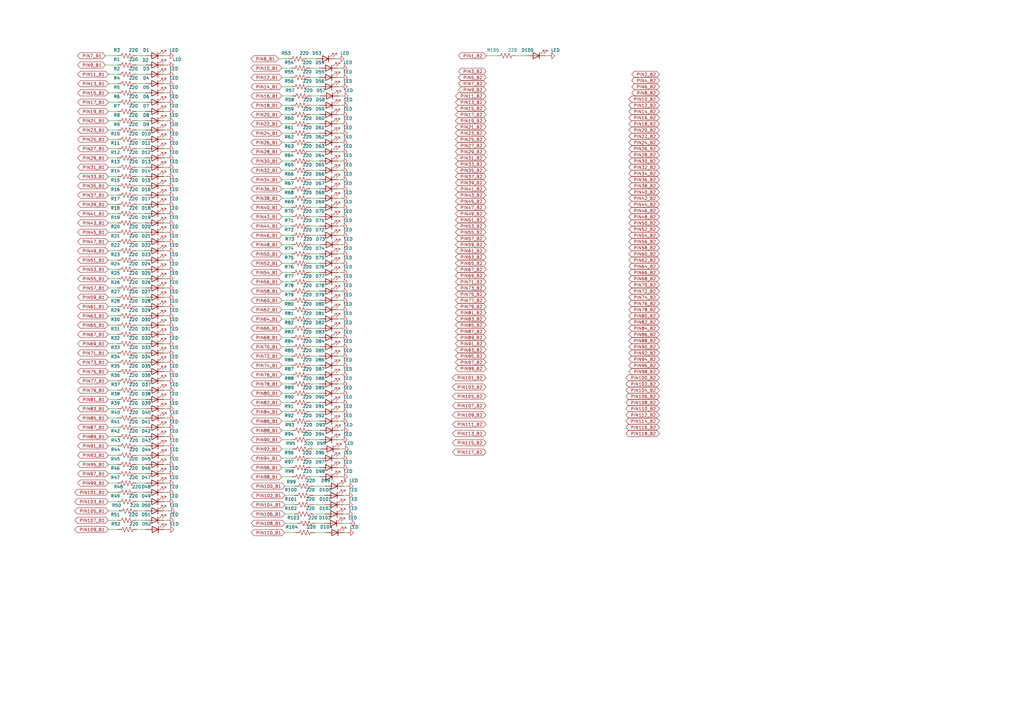
<source format=kicad_sch>
(kicad_sch (version 20231120) (generator "eeschema") (generator_version "8.0")
  (paper "A3")
  (wire (pts (xy 127.1738 134.62) (xy 130.9838 134.62)))
  (wire (pts (xy 115.57 138.43) (xy 119.5538 138.43)))
  (wire (pts (xy 55.88 49.53) (xy 59.69 49.53)))
  (wire (pts (xy 55.88 53.34) (xy 59.69 53.34)))
  (wire (pts (xy 115.57 27.94) (xy 119.5538 27.94)))
  (wire (pts (xy 138.6038 168.91) (xy 139.8738 168.91)))
  (wire (pts (xy 67.31 68.58) (xy 68.58 68.58)))
  (wire (pts (xy 44.45 53.34) (xy 48.26 53.34)))
  (wire (pts (xy 67.4838 217.17) (xy 68.7538 217.17)))
  (wire (pts (xy 115.57 58.42) (xy 119.5538 58.42)))
  (wire (pts (xy 127.1738 81.28) (xy 130.9838 81.28)))
  (wire (pts (xy 67.31 60.96) (xy 68.58 60.96)))
  (wire (pts (xy 67.31 57.15) (xy 68.58 57.15)))
  (wire (pts (xy 138.6038 27.94) (xy 139.8738 27.94)))
  (wire (pts (xy 44.45 144.78) (xy 48.26 144.78)))
  (wire (pts (xy 115.57 81.28) (xy 119.5538 81.28)))
  (wire (pts (xy 44.45 190.5) (xy 48.26 190.5)))
  (wire (pts (xy 44.45 64.77) (xy 48.26 64.77)))
  (wire (pts (xy 115.57 187.96) (xy 119.5538 187.96)))
  (wire (pts (xy 138.6038 31.75) (xy 139.8738 31.75)))
  (wire (pts (xy 223.7379 22.86) (xy 225.0079 22.86)))
  (wire (pts (xy 128.4438 210.82) (xy 133.1825 210.82)))
  (wire (pts (xy 127.1738 172.72) (xy 130.9838 172.72)))
  (wire (pts (xy 127.1738 153.67) (xy 130.9838 153.67)))
  (wire (pts (xy 127.1738 58.42) (xy 130.9838 58.42)))
  (wire (pts (xy 138.6038 149.86) (xy 139.8738 149.86)))
  (wire (pts (xy 138.6038 187.96) (xy 139.8738 187.96)))
  (wire (pts (xy 138.6038 88.9) (xy 139.8738 88.9)))
  (wire (pts (xy 138.9844 39.37) (xy 140.2544 39.37)))
  (wire (pts (xy 44.45 125.73) (xy 48.26 125.73)))
  (wire (pts (xy 127.1738 54.61) (xy 130.9838 54.61)))
  (wire (pts (xy 115.57 54.61) (xy 119.5538 54.61)))
  (wire (pts (xy 67.31 198.12) (xy 68.58 198.12)))
  (wire (pts (xy 115.57 172.72) (xy 119.5538 172.72)))
  (wire (pts (xy 138.6038 62.23) (xy 139.8738 62.23)))
  (wire (pts (xy 67.31 144.78) (xy 68.58 144.78)))
  (wire (pts (xy 138.6038 119.38) (xy 139.8738 119.38)))
  (wire (pts (xy 127.1738 180.34) (xy 130.9838 180.34)))
  (wire (pts (xy 127.1738 123.19) (xy 130.9838 123.19)))
  (wire (pts (xy 44.45 140.97) (xy 48.26 140.97)))
  (wire (pts (xy 128.4438 203.2) (xy 133.1825 203.2)))
  (wire (pts (xy 115.57 119.38) (xy 119.5538 119.38)))
  (wire (pts (xy 55.88 201.93) (xy 59.69 201.93)))
  (wire (pts (xy 127.1738 115.57) (xy 130.9838 115.57)))
  (wire (pts (xy 67.31 110.49) (xy 68.58 110.49)))
  (wire (pts (xy 55.88 106.68) (xy 59.69 106.68)))
  (wire (pts (xy 67.31 190.5) (xy 68.58 190.5)))
  (wire (pts (xy 55.88 34.29) (xy 59.69 34.29)))
  (wire (pts (xy 44.45 91.44) (xy 48.26 91.44)))
  (wire (pts (xy 138.6038 77.47) (xy 139.8738 77.47)))
  (wire (pts (xy 138.6038 81.28) (xy 139.8738 81.28)))
  (wire (pts (xy 44.45 102.87) (xy 48.26 102.87)))
  (wire (pts (xy 55.88 121.92) (xy 59.69 121.92)))
  (wire (pts (xy 127.1738 111.76) (xy 130.9838 111.76)))
  (wire (pts (xy 67.31 91.44) (xy 68.58 91.44)))
  (wire (pts (xy 115.57 96.52) (xy 119.5538 96.52)))
  (wire (pts (xy 55.88 152.4) (xy 59.69 152.4)))
  (wire (pts (xy 115.57 142.24) (xy 119.5538 142.24)))
  (wire (pts (xy 138.6038 191.77) (xy 139.8738 191.77)))
  (wire (pts (xy 138.6038 142.24) (xy 139.8738 142.24)))
  (wire (pts (xy 115.57 85.09) (xy 119.5538 85.09)))
  (wire (pts (xy 115.57 130.81) (xy 119.5538 130.81)))
  (wire (pts (xy 138.6038 104.14) (xy 139.8738 104.14)))
  (wire (pts (xy 115.57 195.58) (xy 119.6843 195.58)))
  (wire (pts (xy 115.57 100.33) (xy 119.7628 100.33)))
  (wire (pts (xy 115.57 149.86) (xy 119.5538 149.86)))
  (wire (pts (xy 127.1738 62.23) (xy 130.9838 62.23)))
  (wire (pts (xy 127.1738 168.91) (xy 130.9838 168.91)))
  (wire (pts (xy 55.88 99.06) (xy 59.69 99.06)))
  (wire (pts (xy 138.6038 54.61) (xy 139.8738 54.61)))
  (wire (pts (xy 127.1738 85.09) (xy 130.9838 85.09)))
  (wire (pts (xy 44.45 72.39) (xy 48.26 72.39)))
  (wire (pts (xy 140.8025 203.2) (xy 142.0725 203.2)))
  (wire (pts (xy 114.3 24.13) (xy 118.2838 24.13)))
  (wire (pts (xy 67.31 118.11) (xy 68.58 118.11)))
  (wire (pts (xy 55.9641 182.88) (xy 59.7741 182.88)))
  (wire (pts (xy 67.31 99.06) (xy 68.58 99.06)))
  (wire (pts (xy 127.1738 69.85) (xy 130.9838 69.85)))
  (wire (pts (xy 44.45 41.91) (xy 48.26 41.91)))
  (wire (pts (xy 55.88 83.82) (xy 59.69 83.82)))
  (wire (pts (xy 44.45 201.93) (xy 48.26 201.93)))
  (wire (pts (xy 67.31 45.72) (xy 68.58 45.72)))
  (wire (pts (xy 67.31 152.4) (xy 68.58 152.4)))
  (wire (pts (xy 115.57 88.9) (xy 119.5538 88.9)))
  (wire (pts (xy 55.9641 186.69) (xy 59.7741 186.69)))
  (wire (pts (xy 44.45 34.29) (xy 48.26 34.29)))
  (wire (pts (xy 115.57 92.71) (xy 119.5538 92.71)))
  (wire (pts (xy 116.84 199.39) (xy 120.9913 199.39)))
  (wire (pts (xy 67.31 114.3) (xy 68.58 114.3)))
  (wire (pts (xy 55.88 102.87) (xy 59.69 102.87)))
  (wire (pts (xy 55.88 190.5) (xy 59.69 190.5)))
  (wire (pts (xy 138.6038 107.95) (xy 139.8738 107.95)))
  (wire (pts (xy 67.31 205.74) (xy 68.58 205.74)))
  (wire (pts (xy 44.45 129.54) (xy 48.26 129.54)))
  (wire (pts (xy 67.31 72.39) (xy 68.58 72.39)))
  (wire (pts (xy 55.88 179.07) (xy 59.69 179.07)))
  (wire (pts (xy 55.88 38.1) (xy 59.69 38.1)))
  (wire (pts (xy 138.8128 176.53) (xy 140.0828 176.53)))
  (wire (pts (xy 44.45 205.74) (xy 48.26 205.74)))
  (wire (pts (xy 115.57 153.67) (xy 119.5538 153.67)))
  (wire (pts (xy 138.6038 130.81) (xy 139.8738 130.81)))
  (wire (pts (xy 55.88 175.26) (xy 59.69 175.26)))
  (wire (pts (xy 44.45 194.31) (xy 48.26 194.31)))
  (wire (pts (xy 55.88 163.83) (xy 59.69 163.83)))
  (wire (pts (xy 115.57 134.62) (xy 119.5538 134.62)))
  (wire (pts (xy 127.1738 138.43) (xy 130.9838 138.43)))
  (wire (pts (xy 138.6038 172.72) (xy 139.8738 172.72)))
  (wire (pts (xy 55.88 198.12) (xy 59.69 198.12)))
  (wire (pts (xy 67.3941 171.45) (xy 68.6641 171.45)))
  (wire (pts (xy 44.45 99.06) (xy 48.26 99.06)))
  (wire (pts (xy 138.6038 157.48) (xy 139.8738 157.48)))
  (wire (pts (xy 115.57 46.99) (xy 119.5538 46.99)))
  (wire (pts (xy 55.88 87.63) (xy 59.69 87.63)))
  (wire (pts (xy 44.45 156.21) (xy 48.26 156.21)))
  (wire (pts (xy 44.45 118.11) (xy 48.26 118.11)))
  (wire (pts (xy 55.88 64.77) (xy 59.69 64.77)))
  (wire (pts (xy 127.1738 73.66) (xy 130.9838 73.66)))
  (wire (pts (xy 140.6287 214.63) (xy 143.1114 214.63)))
  (wire (pts (xy 67.31 76.2) (xy 68.58 76.2)))
  (wire (pts (xy 43.18 26.67) (xy 48.26 26.67)))
  (wire (pts (xy 138.8128 100.33) (xy 140.0828 100.33)))
  (wire (pts (xy 211.3792 22.86) (xy 216.1179 22.86)))
  (wire (pts (xy 44.45 114.3) (xy 48.26 114.3)))
  (wire (pts (xy 67.31 163.83) (xy 68.58 163.83)))
  (wire (pts (xy 138.6038 123.19) (xy 139.8738 123.19)))
  (wire (pts (xy 127.3828 100.33) (xy 131.1928 100.33)))
  (wire (pts (xy 138.6038 180.34) (xy 139.8738 180.34)))
  (wire (pts (xy 67.31 83.82) (xy 68.58 83.82)))
  (wire (pts (xy 55.88 133.35) (xy 59.69 133.35)))
  (wire (pts (xy 56.3603 209.55) (xy 59.69 209.55)))
  (wire (pts (xy 115.57 50.8) (xy 119.5538 50.8)))
  (wire (pts (xy 139.17 184.15) (xy 140.44 184.15)))
  (wire (pts (xy 138.6038 50.8) (xy 139.8738 50.8)))
  (wire (pts (xy 115.57 176.53) (xy 119.7628 176.53)))
  (wire (pts (xy 127.1738 161.29) (xy 130.9838 161.29)))
  (wire (pts (xy 67.31 137.16) (xy 68.58 137.16)))
  (wire (pts (xy 67.31 194.31) (xy 68.58 194.31)))
  (wire (pts (xy 138.6038 161.29) (xy 139.8738 161.29)))
  (wire (pts (xy 55.88 80.01) (xy 59.69 80.01)))
  (wire (pts (xy 44.45 133.35) (xy 48.26 133.35)))
  (wire (pts (xy 115.57 191.77) (xy 119.5538 191.77)))
  (wire (pts (xy 44.45 152.4) (xy 48.26 152.4)))
  (wire (pts (xy 127.1738 46.99) (xy 130.9838 46.99)))
  (wire (pts (xy 141.1879 218.44) (xy 142.4579 218.44)))
  (wire (pts (xy 137.3338 24.13) (xy 138.6038 24.13)))
  (wire (pts (xy 44.45 60.96) (xy 48.26 60.96)))
  (wire (pts (xy 127.1738 77.47) (xy 130.9838 77.47)))
  (wire (pts (xy 199.39 22.86) (xy 203.7592 22.86)))
  (wire (pts (xy 55.88 118.11) (xy 59.69 118.11)))
  (wire (pts (xy 55.88 22.86) (xy 59.69 22.86)))
  (wire (pts (xy 138.6038 115.57) (xy 139.8738 115.57)))
  (wire (pts (xy 67.31 22.86) (xy 68.58 22.86)))
  (wire (pts (xy 129.4827 214.63) (xy 133.0087 214.63)))
  (wire (pts (xy 127.1738 50.8) (xy 130.9838 50.8)))
  (wire (pts (xy 55.88 129.54) (xy 59.69 129.54)))
  (wire (pts (xy 115.57 127) (xy 119.5538 127)))
  (wire (pts (xy 138.6038 134.62) (xy 139.8738 134.62)))
  (wire (pts (xy 127.1738 146.05) (xy 130.9838 146.05)))
  (wire (pts (xy 55.88 76.2) (xy 59.69 76.2)))
  (wire (pts (xy 44.45 110.49) (xy 48.26 110.49)))
  (wire (pts (xy 115.57 168.91) (xy 119.5538 168.91)))
  (wire (pts (xy 67.31 41.91) (xy 68.58 41.91)))
  (wire (pts (xy 55.88 205.74) (xy 59.69 205.74)))
  (wire (pts (xy 127.1738 88.9) (xy 130.9838 88.9)))
  (wire (pts (xy 44.45 217.17) (xy 48.4338 217.17)))
  (wire (pts (xy 55.88 213.36) (xy 59.69 213.36)))
  (wire (pts (xy 67.3941 186.69) (xy 68.6641 186.69)))
  (wire (pts (xy 128.6113 199.39) (xy 133.35 199.39)))
  (wire (pts (xy 115.57 77.47) (xy 119.5538 77.47)))
  (wire (pts (xy 67.31 133.35) (xy 68.58 133.35)))
  (wire (pts (xy 44.45 38.1) (xy 48.26 38.1)))
  (wire (pts (xy 115.57 184.15) (xy 120.12 184.15)))
  (wire (pts (xy 115.57 180.34) (xy 119.5538 180.34)))
  (wire (pts (xy 44.45 83.82) (xy 48.26 83.82)))
  (wire (pts (xy 44.45 179.07) (xy 48.26 179.07)))
  (wire (pts (xy 127.74 184.15) (xy 131.55 184.15)))
  (wire (pts (xy 44.45 137.16) (xy 48.26 137.16)))
  (wire (pts (xy 67.31 95.25) (xy 68.58 95.25)))
  (wire (pts (xy 116.84 203.2) (xy 120.8238 203.2)))
  (wire (pts (xy 115.57 146.05) (xy 119.5538 146.05)))
  (wire (pts (xy 44.45 186.69) (xy 48.3441 186.69)))
  (wire (pts (xy 44.45 30.48) (xy 48.26 30.48)))
  (wire (pts (xy 127.1738 104.14) (xy 130.9838 104.14)))
  (wire (pts (xy 115.57 66.04) (xy 119.5538 66.04)))
  (wire (pts (xy 115.57 43.18) (xy 119.7243 43.18)))
  (wire (pts (xy 44.45 175.26) (xy 48.26 175.26)))
  (wire (pts (xy 55.88 148.59) (xy 59.69 148.59)))
  (wire (pts (xy 67.31 201.93) (xy 68.58 201.93)))
  (wire (pts (xy 127.1738 191.77) (xy 130.9838 191.77)))
  (wire (pts (xy 55.88 137.16) (xy 59.69 137.16)))
  (wire (pts (xy 55.88 110.49) (xy 59.69 110.49)))
  (wire (pts (xy 138.6038 96.52) (xy 139.8738 96.52)))
  (wire (pts (xy 138.6038 146.05) (xy 139.8738 146.05)))
  (wire (pts (xy 128.8292 218.44) (xy 133.5679 218.44)))
  (wire (pts (xy 138.7743 43.18) (xy 140.0443 43.18)))
  (wire (pts (xy 115.57 107.95) (xy 119.5538 107.95)))
  (wire (pts (xy 67.3941 160.02) (xy 68.6641 160.02)))
  (wire (pts (xy 138.6038 111.76) (xy 139.8738 111.76)))
  (wire (pts (xy 115.57 161.29) (xy 119.5538 161.29)))
  (wire (pts (xy 67.31 64.77) (xy 68.58 64.77)))
  (wire (pts (xy 138.6038 127) (xy 139.8738 127)))
  (wire (pts (xy 140.8025 210.82) (xy 142.0725 210.82)))
  (wire (pts (xy 55.9641 171.45) (xy 59.7741 171.45)))
  (wire (pts (xy 140.8025 207.01) (xy 142.0725 207.01)))
  (wire (pts (xy 127.1738 27.94) (xy 130.9838 27.94)))
  (wire (pts (xy 115.57 31.75) (xy 119.5538 31.75)))
  (wire (pts (xy 127.1738 187.96) (xy 130.9838 187.96)))
  (wire (pts (xy 116.84 210.82) (xy 120.8238 210.82)))
  (wire (pts (xy 67.31 106.68) (xy 68.58 106.68)))
  (wire (pts (xy 44.45 148.59) (xy 48.26 148.59)))
  (wire (pts (xy 67.31 209.55) (xy 69.0603 209.55)))
  (wire (pts (xy 67.31 213.36) (xy 68.58 213.36)))
  (wire (pts (xy 116.84 218.44) (xy 121.2092 218.44)))
  (wire (pts (xy 44.45 160.02) (xy 48.3441 160.02)))
  (wire (pts (xy 125.9038 24.13) (xy 129.7138 24.13)))
  (wire (pts (xy 67.31 129.54) (xy 68.58 129.54)))
  (wire (pts (xy 44.45 209.55) (xy 48.7403 209.55)))
  (wire (pts (xy 115.57 104.14) (xy 119.5538 104.14)))
  (wire (pts (xy 115.57 111.76) (xy 119.5538 111.76)))
  (wire (pts (xy 67.31 175.26) (xy 68.58 175.26)))
  (wire (pts (xy 127.1738 157.48) (xy 130.9838 157.48)))
  (wire (pts (xy 44.45 182.88) (xy 48.3441 182.88)))
  (wire (pts (xy 67.3941 182.88) (xy 68.6641 182.88)))
  (wire (pts (xy 44.45 57.15) (xy 48.26 57.15)))
  (wire (pts (xy 67.31 156.21) (xy 68.58 156.21)))
  (wire (pts (xy 67.31 148.59) (xy 68.58 148.59)))
  (wire (pts (xy 127.1738 149.86) (xy 130.9838 149.86)))
  (wire (pts (xy 67.31 30.48) (xy 68.58 30.48)))
  (wire (pts (xy 127.1738 119.38) (xy 130.9838 119.38)))
  (wire (pts (xy 55.88 68.58) (xy 59.69 68.58)))
  (wire (pts (xy 115.57 39.37) (xy 119.9344 39.37)))
  (wire (pts (xy 127.1738 165.1) (xy 130.9838 165.1)))
  (wire (pts (xy 67.31 102.87) (xy 68.58 102.87)))
  (wire (pts (xy 138.6038 66.04) (xy 139.8738 66.04)))
  (wire (pts (xy 55.88 167.64) (xy 59.69 167.64)))
  (wire (pts (xy 127.1738 107.95) (xy 130.9838 107.95)))
  (wire (pts (xy 55.88 95.25) (xy 59.69 95.25)))
  (wire (pts (xy 127.3043 195.58) (xy 131.1143 195.58)))
  (wire (pts (xy 67.31 140.97) (xy 68.58 140.97)))
  (wire (pts (xy 116.84 214.63) (xy 121.8627 214.63)))
  (wire (pts (xy 55.88 41.91) (xy 59.69 41.91)))
  (wire (pts (xy 44.45 87.63) (xy 48.26 87.63)))
  (wire (pts (xy 55.88 114.3) (xy 59.69 114.3)))
  (wire (pts (xy 44.45 213.36) (xy 48.26 213.36)))
  (wire (pts (xy 56.0538 217.17) (xy 59.8638 217.17)))
  (wire (pts (xy 55.88 156.21) (xy 59.69 156.21)))
  (wire (pts (xy 55.88 144.78) (xy 59.69 144.78)))
  (wire (pts (xy 55.88 45.72) (xy 59.69 45.72)))
  (wire (pts (xy 44.45 76.2) (xy 48.26 76.2)))
  (wire (pts (xy 115.57 69.85) (xy 119.5538 69.85)))
  (wire (pts (xy 67.31 53.34) (xy 68.58 53.34)))
  (wire (pts (xy 138.6038 73.66) (xy 139.8738 73.66)))
  (wire (pts (xy 67.31 34.29) (xy 68.58 34.29)))
  (wire (pts (xy 55.88 72.39) (xy 59.69 72.39)))
  (wire (pts (xy 55.88 91.44) (xy 59.69 91.44)))
  (wire (pts (xy 44.45 49.53) (xy 48.26 49.53)))
  (wire (pts (xy 115.57 115.57) (xy 119.5538 115.57)))
  (wire (pts (xy 115.57 157.48) (xy 119.5538 157.48)))
  (wire (pts (xy 115.57 35.56) (xy 119.5538 35.56)))
  (wire (pts (xy 67.31 49.53) (xy 68.58 49.53)))
  (wire (pts (xy 115.57 73.66) (xy 119.5538 73.66)))
  (wire (pts (xy 55.88 125.73) (xy 59.69 125.73)))
  (wire (pts (xy 138.6038 85.09) (xy 139.8738 85.09)))
  (wire (pts (xy 140.97 199.39) (xy 142.24 199.39)))
  (wire (pts (xy 67.31 179.07) (xy 68.58 179.07)))
  (wire (pts (xy 44.45 106.68) (xy 48.26 106.68)))
  (wire (pts (xy 116.84 207.01) (xy 120.8238 207.01)))
  (wire (pts (xy 44.45 167.64) (xy 48.26 167.64)))
  (wire (pts (xy 67.31 38.1) (xy 68.58 38.1)))
  (wire (pts (xy 67.31 87.63) (xy 68.58 87.63)))
  (wire (pts (xy 55.88 30.48) (xy 59.69 30.48)))
  (wire (pts (xy 67.31 167.64) (xy 68.58 167.64)))
  (wire (pts (xy 127.1738 130.81) (xy 130.9838 130.81)))
  (wire (pts (xy 138.6038 46.99) (xy 139.8738 46.99)))
  (wire (pts (xy 128.4438 207.01) (xy 133.1825 207.01)))
  (wire (pts (xy 127.1738 35.56) (xy 130.9838 35.56)))
  (wire (pts (xy 138.6038 92.71) (xy 139.8738 92.71)))
  (wire (pts (xy 127.3828 176.53) (xy 131.1928 176.53)))
  (wire (pts (xy 127.3443 43.18) (xy 131.1543 43.18)))
  (wire (pts (xy 55.9641 160.02) (xy 59.7741 160.02)))
  (wire (pts (xy 115.57 62.23) (xy 119.5538 62.23)))
  (wire (pts (xy 55.88 60.96) (xy 59.69 60.96)))
  (wire (pts (xy 138.6038 153.67) (xy 139.8738 153.67)))
  (wire (pts (xy 44.45 95.25) (xy 48.26 95.25)))
  (wire (pts (xy 115.57 165.1) (xy 119.5538 165.1)))
  (wire (pts (xy 115.57 123.19) (xy 119.5538 123.19)))
  (wire (pts (xy 138.6038 58.42) (xy 139.8738 58.42)))
  (wire (pts (xy 44.45 45.72) (xy 48.26 45.72)))
  (wire (pts (xy 138.6038 165.1) (xy 139.8738 165.1)))
  (wire (pts (xy 127.1738 92.71) (xy 130.9838 92.71)))
  (wire (pts (xy 55.88 26.67) (xy 59.69 26.67)))
  (wire (pts (xy 67.31 80.01) (xy 68.58 80.01)))
  (wire (pts (xy 127.1738 66.04) (xy 130.9838 66.04)))
  (wire (pts (xy 67.31 121.92) (xy 68.58 121.92)))
  (wire (pts (xy 44.45 163.83) (xy 48.26 163.83)))
  (wire (pts (xy 138.6038 138.43) (xy 139.8738 138.43)))
  (wire (pts (xy 138.6038 69.85) (xy 139.8738 69.85)))
  (wire (pts (xy 44.45 80.01) (xy 48.26 80.01)))
  (wire (pts (xy 44.45 171.45) (xy 48.3441 171.45)))
  (wire (pts (xy 44.45 198.12) (xy 48.26 198.12)))
  (wire (pts (xy 44.45 68.58) (xy 48.26 68.58)))
  (wire (pts (xy 67.31 125.73) (xy 68.58 125.73)))
  (wire (pts (xy 127.1738 127) (xy 130.9838 127)))
  (wire (pts (xy 55.88 140.97) (xy 59.69 140.97)))
  (wire (pts (xy 138.6038 35.56) (xy 139.8738 35.56)))
  (wire (pts (xy 44.45 121.92) (xy 48.26 121.92)))
  (wire (pts (xy 55.88 57.15) (xy 59.69 57.15)))
  (wire (pts (xy 67.31 26.67) (xy 68.58 26.67)))
  (wire (pts (xy 127.1738 31.75) (xy 130.9838 31.75)))
  (wire (pts (xy 43.18 22.86) (xy 48.26 22.86)))
  (wire (pts (xy 127.5544 39.37) (xy 131.3644 39.37)))
  (wire (pts (xy 127.1738 96.52) (xy 130.9838 96.52)))
  (wire (pts (xy 55.88 194.31) (xy 59.69 194.31)))
  (wire (pts (xy 138.7343 195.58) (xy 140.0043 195.58)))
  (wire (pts (xy 127.1738 142.24) (xy 130.9838 142.24)))
  (global_label "PIN31_B2" (shape bidirectional) (at 199.39 64.77 180) (property "Intersheetrefs" "${INTERSHEET_REFS}" (effects (hide yes))))
  (global_label "PIN11_B1" (shape bidirectional) (at 44.45 30.48 180) (property "Intersheetrefs" "${INTERSHEET_REFS}" (effects (hide yes))))
  (global_label "PIN65_B2" (shape bidirectional) (at 199.39 107.95 180) (property "Intersheetrefs" "${INTERSHEET_REFS}" (effects (hide yes))))
  (global_label "PIN20_B2" (shape bidirectional) (at 270.51 53.34 180) (property "Intersheetrefs" "${INTERSHEET_REFS}" (effects (hide yes))))
  (global_label "PIN37_B2" (shape bidirectional) (at 199.39 72.39 180) (property "Intersheetrefs" "${INTERSHEET_REFS}" (effects (hide yes))))
  (global_label "PIN30_B1" (shape bidirectional) (at 115.57 66.04 180) (property "Intersheetrefs" "${INTERSHEET_REFS}" (effects (hide yes))))
  (global_label "PIN29_B1" (shape bidirectional) (at 44.45 64.77 180) (property "Intersheetrefs" "${INTERSHEET_REFS}" (effects (hide yes))))
  (global_label "PIN47_B2" (shape bidirectional) (at 199.39 85.09 180) (property "Intersheetrefs" "${INTERSHEET_REFS}" (effects (hide yes))))
  (global_label "PIN43_B1" (shape bidirectional) (at 44.45 91.44 180) (property "Intersheetrefs" "${INTERSHEET_REFS}" (effects (hide yes))))
  (global_label "PIN114_B2" (shape bidirectional) (at 270.51 172.72 180) (property "Intersheetrefs" "${INTERSHEET_REFS}" (effects (hide yes))))
  (global_label "PIN101_B1" (shape bidirectional) (at 44.45 201.93 180) (property "Intersheetrefs" "${INTERSHEET_REFS}" (effects (hide yes))))
  (global_label "PIN42_B2" (shape bidirectional) (at 270.51 81.28 180) (property "Intersheetrefs" "${INTERSHEET_REFS}" (effects (hide yes))))
  (global_label "PIN54_B1" (shape bidirectional) (at 115.57 111.76 180) (property "Intersheetrefs" "${INTERSHEET_REFS}" (effects (hide yes))))
  (global_label "PIN28_B2" (shape bidirectional) (at 270.51 63.5 180) (property "Intersheetrefs" "${INTERSHEET_REFS}" (effects (hide yes))))
  (global_label "PIN73_B1" (shape bidirectional) (at 44.45 148.59 180) (property "Intersheetrefs" "${INTERSHEET_REFS}" (effects (hide yes))))
  (global_label "PIN70_B1" (shape bidirectional) (at 115.57 142.24 180) (property "Intersheetrefs" "${INTERSHEET_REFS}" (effects (hide yes))))
  (global_label "PIN102_B1" (shape bidirectional) (at 116.84 203.2 180) (property "Intersheetrefs" "${INTERSHEET_REFS}" (effects (hide yes))))
  (global_label "PIN88_B2" (shape bidirectional) (at 270.51 139.7 180) (property "Intersheetrefs" "${INTERSHEET_REFS}" (effects (hide yes))))
  (global_label "PIN53_B1" (shape bidirectional) (at 44.45 110.49 180) (property "Intersheetrefs" "${INTERSHEET_REFS}" (effects (hide yes))))
  (global_label "PIN53_B2" (shape bidirectional) (at 199.39 92.71 180) (property "Intersheetrefs" "${INTERSHEET_REFS}" (effects (hide yes))))
  (global_label "PIN83_B2" (shape bidirectional) (at 199.39 130.81 180) (property "Intersheetrefs" "${INTERSHEET_REFS}" (effects (hide yes))))
  (global_label "PIN80_B1" (shape bidirectional) (at 115.57 161.29 180) (property "Intersheetrefs" "${INTERSHEET_REFS}" (effects (hide yes))))
  (global_label "PIN78_B2" (shape bidirectional) (at 270.51 127 180) (property "Intersheetrefs" "${INTERSHEET_REFS}" (effects (hide yes))))
  (global_label "PIN88_B1" (shape bidirectional) (at 115.57 176.53 180) (property "Intersheetrefs" "${INTERSHEET_REFS}" (effects (hide yes))))
  (global_label "PIN27_B2" (shape bidirectional) (at 199.39 59.69 180) (property "Intersheetrefs" "${INTERSHEET_REFS}" (effects (hide yes))))
  (global_label "PIN98_B2" (shape bidirectional) (at 270.51 152.4 180) (property "Intersheetrefs" "${INTERSHEET_REFS}" (effects (hide yes))))
  (global_label "PIN20_B1" (shape bidirectional) (at 115.57 46.99 180) (property "Intersheetrefs" "${INTERSHEET_REFS}" (effects (hide yes))))
  (global_label "PIN59_B2" (shape bidirectional) (at 199.39 100.33 180) (property "Intersheetrefs" "${INTERSHEET_REFS}" (effects (hide yes))))
  (global_label "PIN90_B1" (shape bidirectional) (at 115.57 180.34 180) (property "Intersheetrefs" "${INTERSHEET_REFS}" (effects (hide yes))))
  (global_label "PIN61_B1" (shape bidirectional) (at 44.45 125.73 180) (property "Intersheetrefs" "${INTERSHEET_REFS}" (effects (hide yes))))
  (global_label "PIN5_B2" (shape bidirectional) (at 199.39 31.75 180) (property "Intersheetrefs" "${INTERSHEET_REFS}" (effects (hide yes))))
  (global_label "PIN47_B1" (shape bidirectional) (at 44.45 99.06 180) (property "Intersheetrefs" "${INTERSHEET_REFS}" (effects (hide yes))))
  (global_label "PIN15_B1" (shape bidirectional) (at 44.45 38.1 180) (property "Intersheetrefs" "${INTERSHEET_REFS}" (effects (hide yes))))
  (global_label "PIN14_B1" (shape bidirectional) (at 115.57 35.56 180) (property "Intersheetrefs" "${INTERSHEET_REFS}" (effects (hide yes))))
  (global_label "PIN90_B2" (shape bidirectional) (at 270.51 142.24 180) (property "Intersheetrefs" "${INTERSHEET_REFS}" (effects (hide yes))))
  (global_label "PIN104_B1" (shape bidirectional) (at 116.84 207.01 180) (property "Intersheetrefs" "${INTERSHEET_REFS}" (effects (hide yes))))
  (global_label "PIN17_B2" (shape bidirectional) (at 199.39 46.99 180) (property "Intersheetrefs" "${INTERSHEET_REFS}" (effects (hide yes))))
  (global_label "PIN57_B2" (shape bidirectional) (at 199.39 97.79 180) (property "Intersheetrefs" "${INTERSHEET_REFS}" (effects (hide yes))))
  (global_label "PIN46_B2" (shape bidirectional) (at 270.51 86.36 180) (property "Intersheetrefs" "${INTERSHEET_REFS}" (effects (hide yes))))
  (global_label "PIN76_B1" (shape bidirectional) (at 115.57 153.67 180) (property "Intersheetrefs" "${INTERSHEET_REFS}" (effects (hide yes))))
  (global_label "PIN12_B1" (shape bidirectional) (at 115.57 31.75 180) (property "Intersheetrefs" "${INTERSHEET_REFS}" (effects (hide yes))))
  (global_label "PIN73_B2" (shape bidirectional) (at 199.39 118.11 180) (property "Intersheetrefs" "${INTERSHEET_REFS}" (effects (hide yes))))
  (global_label "PIN105_B2" (shape bidirectional) (at 199.39 162.56 180) (property "Intersheetrefs" "${INTERSHEET_REFS}" (effects (hide yes))))
  (global_label "PIN1_B2" (shape bidirectional) (at 199.39 22.86 180) (property "Intersheetrefs" "${INTERSHEET_REFS}" (effects (hide yes))))
  (global_label "PIN50_B2" (shape bidirectional) (at 270.51 91.44 180) (property "Intersheetrefs" "${INTERSHEET_REFS}" (effects (hide yes))))
  (global_label "PIN67_B2" (shape bidirectional) (at 199.39 110.49 180) (property "Intersheetrefs" "${INTERSHEET_REFS}" (effects (hide yes))))
  (global_label "PIN86_B2" (shape bidirectional) (at 270.51 137.16 180) (property "Intersheetrefs" "${INTERSHEET_REFS}" (effects (hide yes))))
  (global_label "PIN100_B2" (shape bidirectional) (at 270.51 154.94 180) (property "Intersheetrefs" "${INTERSHEET_REFS}" (effects (hide yes))))
  (global_label "PIN65_B1" (shape bidirectional) (at 44.45 133.35 180) (property "Intersheetrefs" "${INTERSHEET_REFS}" (effects (hide yes))))
  (global_label "PIN13_B2" (shape bidirectional) (at 199.39 41.91 180) (property "Intersheetrefs" "${INTERSHEET_REFS}" (effects (hide yes))))
  (global_label "PIN87_B1" (shape bidirectional) (at 44.45 175.26 180) (property "Intersheetrefs" "${INTERSHEET_REFS}" (effects (hide yes))))
  (global_label "PIN14_B2" (shape bidirectional) (at 270.51 45.72 180) (property "Intersheetrefs" "${INTERSHEET_REFS}" (effects (hide yes))))
  (global_label "PIN109_B2" (shape bidirectional) (at 199.39 170.18 180) (property "Intersheetrefs" "${INTERSHEET_REFS}" (effects (hide yes))))
  (global_label "PIN89_B2" (shape bidirectional) (at 199.39 138.43 180) (property "Intersheetrefs" "${INTERSHEET_REFS}" (effects (hide yes))))
  (global_label "PIN103_B2" (shape bidirectional) (at 199.39 158.75 180) (property "Intersheetrefs" "${INTERSHEET_REFS}" (effects (hide yes))))
  (global_label "PIN49_B2" (shape bidirectional) (at 199.39 87.63 180) (property "Intersheetrefs" "${INTERSHEET_REFS}" (effects (hide yes))))
  (global_label "PIN71_B1" (shape bidirectional) (at 44.45 144.78 180) (property "Intersheetrefs" "${INTERSHEET_REFS}" (effects (hide yes))))
  (global_label "PIN117_B2" (shape bidirectional) (at 199.39 185.42 180) (property "Intersheetrefs" "${INTERSHEET_REFS}" (effects (hide yes))))
  (global_label "PIN51_B2" (shape bidirectional) (at 199.39 90.17 180) (property "Intersheetrefs" "${INTERSHEET_REFS}" (effects (hide yes))))
  (global_label "PIN99_B1" (shape bidirectional) (at 44.45 198.12 180) (property "Intersheetrefs" "${INTERSHEET_REFS}" (effects (hide yes))))
  (global_label "PIN56_B2" (shape bidirectional) (at 270.51 99.06 180) (property "Intersheetrefs" "${INTERSHEET_REFS}" (effects (hide yes))))
  (global_label "PIN35_B1" (shape bidirectional) (at 44.45 76.2 180) (property "Intersheetrefs" "${INTERSHEET_REFS}" (effects (hide yes))))
  (global_label "PIN37_B1" (shape bidirectional) (at 44.45 80.01 180) (property "Intersheetrefs" "${INTERSHEET_REFS}" (effects (hide yes))))
  (global_label "PIN93_B2" (shape bidirectional) (at 199.39 143.51 180) (property "Intersheetrefs" "${INTERSHEET_REFS}" (effects (hide yes))))
  (global_label "PIN100_B1" (shape bidirectional) (at 116.84 199.39 180) (property "Intersheetrefs" "${INTERSHEET_REFS}" (effects (hide yes))))
  (global_label "PIN55_B2" (shape bidirectional) (at 199.39 95.25 180) (property "Intersheetrefs" "${INTERSHEET_REFS}" (effects (hide yes))))
  (global_label "PIN97_B2" (shape bidirectional) (at 199.39 148.59 180) (property "Intersheetrefs" "${INTERSHEET_REFS}" (effects (hide yes))))
  (global_label "PIN4_B2" (shape bidirectional) (at 270.51 33.02 180) (property "Intersheetrefs" "${INTERSHEET_REFS}" (effects (hide yes))))
  (global_label "PIN22_B2" (shape bidirectional) (at 270.51 55.88 180) (property "Intersheetrefs" "${INTERSHEET_REFS}" (effects (hide yes))))
  (global_label "PIN48_B1" (shape bidirectional) (at 115.57 100.33 180) (property "Intersheetrefs" "${INTERSHEET_REFS}" (effects (hide yes))))
  (global_label "PIN63_B2" (shape bidirectional) (at 199.39 105.41 180) (property "Intersheetrefs" "${INTERSHEET_REFS}" (effects (hide yes))))
  (global_label "PIN38_B2" (shape bidirectional) (at 270.51 76.2 180) (property "Intersheetrefs" "${INTERSHEET_REFS}" (effects (hide yes))))
  (global_label "PIN91_B2" (shape bidirectional) (at 199.39 140.97 180) (property "Intersheetrefs" "${INTERSHEET_REFS}" (effects (hide yes))))
  (global_label "PIN18_B2" (shape bidirectional) (at 270.51 50.8 180) (property "Intersheetrefs" "${INTERSHEET_REFS}" (effects (hide yes))))
  (global_label "PIN118_B2" (shape bidirectional) (at 270.51 177.8 180) (property "Intersheetrefs" "${INTERSHEET_REFS}" (effects (hide yes))))
  (global_label "PIN8_B1" (shape bidirectional) (at 114.3 24.13 180) (property "Intersheetrefs" "${INTERSHEET_REFS}" (effects (hide yes))))
  (global_label "PIN23_B2" (shape bidirectional) (at 199.39 54.61 180) (property "Intersheetrefs" "${INTERSHEET_REFS}" (effects (hide yes))))
  (global_label "PIN39_B2" (shape bidirectional) (at 199.39 74.93 180) (property "Intersheetrefs" "${INTERSHEET_REFS}" (effects (hide yes))))
  (global_label "PIN9_B2" (shape bidirectional) (at 199.39 36.83 180) (property "Intersheetrefs" "${INTERSHEET_REFS}" (effects (hide yes))))
  (global_label "PIN34_B1" (shape bidirectional) (at 115.57 73.66 180) (property "Intersheetrefs" "${INTERSHEET_REFS}" (effects (hide yes))))
  (global_label "PIN34_B2" (shape bidirectional) (at 270.51 71.12 180) (property "Intersheetrefs" "${INTERSHEET_REFS}" (effects (hide yes))))
  (global_label "PIN29_B2" (shape bidirectional) (at 199.39 62.23 180) (property "Intersheetrefs" "${INTERSHEET_REFS}" (effects (hide yes))))
  (global_label "PIN72_B1" (shape bidirectional) (at 115.57 146.05 180) (property "Intersheetrefs" "${INTERSHEET_REFS}" (effects (hide yes))))
  (global_label "PIN92_B1" (shape bidirectional) (at 115.57 184.15 180) (property "Intersheetrefs" "${INTERSHEET_REFS}" (effects (hide yes))))
  (global_label "PIN89_B1" (shape bidirectional) (at 44.45 179.07 180) (property "Intersheetrefs" "${INTERSHEET_REFS}" (effects (hide yes))))
  (global_label "PIN72_B2" (shape bidirectional) (at 270.51 119.38 180) (property "Intersheetrefs" "${INTERSHEET_REFS}" (effects (hide yes))))
  (global_label "PIN7_B2" (shape bidirectional) (at 199.39 34.29 180) (property "Intersheetrefs" "${INTERSHEET_REFS}" (effects (hide yes))))
  (global_label "PIN42_B1" (shape bidirectional) (at 115.57 88.9 180) (property "Intersheetrefs" "${INTERSHEET_REFS}" (effects (hide yes))))
  (global_label "PIN92_B2" (shape bidirectional) (at 270.51 144.78 180) (property "Intersheetrefs" "${INTERSHEET_REFS}" (effects (hide yes))))
  (global_label "PIN101_B2" (shape bidirectional) (at 199.39 154.94 180) (property "Intersheetrefs" "${INTERSHEET_REFS}" (effects (hide yes))))
  (global_label "PIN91_B1" (shape bidirectional) (at 44.45 182.88 180) (property "Intersheetrefs" "${INTERSHEET_REFS}" (effects (hide yes))))
  (global_label "PIN61_B2" (shape bidirectional) (at 199.39 102.87 180) (property "Intersheetrefs" "${INTERSHEET_REFS}" (effects (hide yes))))
  (global_label "PIN108_B2" (shape bidirectional) (at 270.51 165.1 180) (property "Intersheetrefs" "${INTERSHEET_REFS}" (effects (hide yes))))
  (global_label "PIN79_B2" (shape bidirectional) (at 199.39 125.73 180) (property "Intersheetrefs" "${INTERSHEET_REFS}" (effects (hide yes))))
  (global_label "PIN83_B1" (shape bidirectional) (at 44.45 167.64 180) (property "Intersheetrefs" "${INTERSHEET_REFS}" (effects (hide yes))))
  (global_label "PIN57_B1" (shape bidirectional) (at 44.45 118.11 180) (property "Intersheetrefs" "${INTERSHEET_REFS}" (effects (hide yes))))
  (global_label "PIN70_B2" (shape bidirectional) (at 270.51 116.84 180) (property "Intersheetrefs" "${INTERSHEET_REFS}" (effects (hide yes))))
  (global_label "PIN84_B1" (shape bidirectional) (at 115.57 168.91 180) (property "Intersheetrefs" "${INTERSHEET_REFS}" (effects (hide yes))))
  (global_label "PIN67_B1" (shape bidirectional) (at 44.45 137.16 180) (property "Intersheetrefs" "${INTERSHEET_REFS}" (effects (hide yes))))
  (global_label "PIN82_B1" (shape bidirectional) (at 115.57 165.1 180) (property "Intersheetrefs" "${INTERSHEET_REFS}" (effects (hide yes))))
  (global_label "PIN60_B2" (shape bidirectional) (at 270.51 104.14 180) (property "Intersheetrefs" "${INTERSHEET_REFS}" (effects (hide yes))))
  (global_label "PIN58_B2" (shape bidirectional) (at 270.51 101.6 180) (property "Intersheetrefs" "${INTERSHEET_REFS}" (effects (hide yes))))
  (global_label "PIN106_B1" (shape bidirectional) (at 116.84 210.82 180) (property "Intersheetrefs" "${INTERSHEET_REFS}" (effects (hide yes))))
  (global_label "PIN36_B2" (shape bidirectional) (at 270.51 73.66 180) (property "Intersheetrefs" "${INTERSHEET_REFS}" (effects (hide yes))))
  (global_label "PIN64_B2" (shape bidirectional) (at 270.51 109.22 180) (property "Intersheetrefs" "${INTERSHEET_REFS}" (effects (hide yes))))
  (global_label "PIN41_B2" (shape bidirectional) (at 199.39 77.47 180) (property "Intersheetrefs" "${INTERSHEET_REFS}" (effects (hide yes))))
  (global_label "PIN21_B1" (shape bidirectional) (at 44.45 49.53 180) (property "Intersheetrefs" "${INTERSHEET_REFS}" (effects (hide yes))))
  (global_label "PIN7_B1" (shape bidirectional) (at 43.18 22.86 180) (property "Intersheetrefs" "${INTERSHEET_REFS}" (effects (hide yes))))
  (global_label "PIN40_B2" (shape bidirectional) (at 270.51 78.74 180) (property "Intersheetrefs" "${INTERSHEET_REFS}" (effects (hide yes))))
  (global_label "PIN63_B1" (shape bidirectional) (at 44.45 129.54 180) (property "Intersheetrefs" "${INTERSHEET_REFS}" (effects (hide yes))))
  (global_label "PIN45_B1" (shape bidirectional) (at 44.45 95.25 180) (property "Intersheetrefs" "${INTERSHEET_REFS}" (effects (hide yes))))
  (global_label "PIN69_B2" (shape bidirectional) (at 199.39 113.03 180) (property "Intersheetrefs" "${INTERSHEET_REFS}" (effects (hide yes))))
  (global_label "PIN18_B1" (shape bidirectional) (at 115.57 43.18 180) (property "Intersheetrefs" "${INTERSHEET_REFS}" (effects (hide yes))))
  (global_label "PIN3_B2" (shape bidirectional) (at 199.39 29.21 180) (property "Intersheetrefs" "${INTERSHEET_REFS}" (effects (hide yes))))
  (global_label "PIN41_B1" (shape bidirectional) (at 44.45 87.63 180) (property "Intersheetrefs" "${INTERSHEET_REFS}" (effects (hide yes))))
  (global_label "PIN66_B2" (shape bidirectional) (at 270.51 111.76 180) (property "Intersheetrefs" "${INTERSHEET_REFS}" (effects (hide yes))))
  (global_label "PIN99_B2" (shape bidirectional) (at 199.39 151.13 180) (property "Intersheetrefs" "${INTERSHEET_REFS}" (effects (hide yes))))
  (global_label "PIN43_B2" (shape bidirectional) (at 199.39 80.01 180) (property "Intersheetrefs" "${INTERSHEET_REFS}" (effects (hide yes))))
  (global_label "PIN56_B1" (shape bidirectional) (at 115.57 115.57 180) (property "Intersheetrefs" "${INTERSHEET_REFS}" (effects (hide yes))))
  (global_label "PIN46_B1" (shape bidirectional) (at 115.57 96.52 180) (property "Intersheetrefs" "${INTERSHEET_REFS}" (effects (hide yes))))
  (global_label "PIN102_B2" (shape bidirectional) (at 270.51 157.48 180) (property "Intersheetrefs" "${INTERSHEET_REFS}" (effects (hide yes))))
  (global_label "PIN115_B2" (shape bidirectional) (at 199.39 181.61 180) (property "Intersheetrefs" "${INTERSHEET_REFS}" (effects (hide yes))))
  (global_label "PIN74_B2" (shape bidirectional) (at 270.51 121.92 180) (property "Intersheetrefs" "${INTERSHEET_REFS}" (effects (hide yes))))
  (global_label "PIN2_B2" (shape bidirectional) (at 270.51 30.48 180) (property "Intersheetrefs" "${INTERSHEET_REFS}" (effects (hide yes))))
  (global_label "PIN116_B2" (shape bidirectional) (at 270.51 175.26 180) (property "Intersheetrefs" "${INTERSHEET_REFS}" (effects (hide yes))))
  (global_label "PIN74_B1" (shape bidirectional) (at 115.57 149.86 180) (property "Intersheetrefs" "${INTERSHEET_REFS}" (effects (hide yes))))
  (global_label "PIN44_B1" (shape bidirectional) (at 115.57 92.71 180) (property "Intersheetrefs" "${INTERSHEET_REFS}" (effects (hide yes))))
  (global_label "PIN54_B2" (shape bidirectional) (at 270.51 96.52 180) (property "Intersheetrefs" "${INTERSHEET_REFS}" (effects (hide yes))))
  (global_label "PIN24_B1" (shape bidirectional) (at 115.57 54.61 180) (property "Intersheetrefs" "${INTERSHEET_REFS}" (effects (hide yes))))
  (global_label "PIN64_B1" (shape bidirectional) (at 115.57 130.81 180) (property "Intersheetrefs" "${INTERSHEET_REFS}" (effects (hide yes))))
  (global_label "PIN26_B2" (shape bidirectional) (at 270.51 60.96 180) (property "Intersheetrefs" "${INTERSHEET_REFS}" (effects (hide yes))))
  (global_label "PIN98_B1" (shape bidirectional) (at 115.57 195.58 180) (property "Intersheetrefs" "${INTERSHEET_REFS}" (effects (hide yes))))
  (global_label "PIN6_B2" (shape bidirectional) (at 270.51 35.56 180) (property "Intersheetrefs" "${INTERSHEET_REFS}" (effects (hide yes))))
  (global_label "PIN25_B1" (shape bidirectional) (at 44.45 57.15 180) (property "Intersheetrefs" "${INTERSHEET_REFS}" (effects (hide yes))))
  (global_label "PIN19_B1" (shape bidirectional) (at 44.45 45.72 180) (property "Intersheetrefs" "${INTERSHEET_REFS}" (effects (hide yes))))
  (global_label "PIN12_B2" (shape bidirectional) (at 270.51 43.18 180) (property "Intersheetrefs" "${INTERSHEET_REFS}" (effects (hide yes))))
  (global_label "PIN105_B1" (shape bidirectional) (at 44.45 209.55 180) (property "Intersheetrefs" "${INTERSHEET_REFS}" (effects (hide yes))))
  (global_label "PIN16_B2" (shape bidirectional) (at 270.51 48.26 180) (property "Intersheetrefs" "${INTERSHEET_REFS}" (effects (hide yes))))
  (global_label "PIN68_B1" (shape bidirectional) (at 115.57 138.43 180) (property "Intersheetrefs" "${INTERSHEET_REFS}" (effects (hide yes))))
  (global_label "PIN35_B2" (shape bidirectional) (at 199.39 69.85 180) (property "Intersheetrefs" "${INTERSHEET_REFS}" (effects (hide yes))))
  (global_label "PIN75_B2" (shape bidirectional) (at 199.39 120.65 180) (property "Intersheetrefs" "${INTERSHEET_REFS}" (effects (hide yes))))
  (global_label "PIN33_B2" (shape bidirectional) (at 199.39 67.31 180) (property "Intersheetrefs" "${INTERSHEET_REFS}" (effects (hide yes))))
  (global_label "PIN77_B1" (shape bidirectional) (at 44.45 156.21 180) (property "Intersheetrefs" "${INTERSHEET_REFS}" (effects (hide yes))))
  (global_label "PIN52_B2" (shape bidirectional) (at 270.51 93.98 180) (property "Intersheetrefs" "${INTERSHEET_REFS}" (effects (hide yes))))
  (global_label "PIN13_B1" (shape bidirectional) (at 44.45 34.29 180) (property "Intersheetrefs" "${INTERSHEET_REFS}" (effects (hide yes))))
  (global_label "PIN21_B2" (shape bidirectional) (at 199.39 52.07 180) (property "Intersheetrefs" "${INTERSHEET_REFS}" (effects (hide yes))))
  (global_label "PIN80_B2" (shape bidirectional) (at 270.51 129.54 180) (property "Intersheetrefs" "${INTERSHEET_REFS}" (effects (hide yes))))
  (global_label "PIN15_B2" (shape bidirectional) (at 199.39 44.45 180) (property "Intersheetrefs" "${INTERSHEET_REFS}" (effects (hide yes))))
  (global_label "PIN85_B1" (shape bidirectional) (at 44.45 171.45 180) (property "Intersheetrefs" "${INTERSHEET_REFS}" (effects (hide yes))))
  (global_label "PIN66_B1" (shape bidirectional) (at 115.57 134.62 180) (property "Intersheetrefs" "${INTERSHEET_REFS}" (effects (hide yes))))
  (global_label "PIN59_B1" (shape bidirectional) (at 44.45 121.92 180) (property "Intersheetrefs" "${INTERSHEET_REFS}" (effects (hide yes))))
  (global_label "PIN17_B1" (shape bidirectional) (at 44.45 41.91 180) (property "Intersheetrefs" "${INTERSHEET_REFS}" (effects (hide yes))))
  (global_label "PIN104_B2" (shape bidirectional) (at 270.51 160.02 180) (property "Intersheetrefs" "${INTERSHEET_REFS}" (effects (hide yes))))
  (global_label "PIN103_B1" (shape bidirectional) (at 44.45 205.74 180) (property "Intersheetrefs" "${INTERSHEET_REFS}" (effects (hide yes))))
  (global_label "PIN39_B1" (shape bidirectional) (at 44.45 83.82 180) (property "Intersheetrefs" "${INTERSHEET_REFS}" (effects (hide yes))))
  (global_label "PIN107_B1" (shape bidirectional) (at 44.45 213.36 180) (property "Intersheetrefs" "${INTERSHEET_REFS}" (effects (hide yes))))
  (global_label "PIN19_B2" (shape bidirectional) (at 199.39 49.53 180) (property "Intersheetrefs" "${INTERSHEET_REFS}" (effects (hide yes))))
  (global_label "PIN106_B2" (shape bidirectional) (at 270.51 162.56 180) (property "Intersheetrefs" "${INTERSHEET_REFS}" (effects (hide yes))))
  (global_label "PIN113_B2" (shape bidirectional) (at 199.39 177.8 180) (property "Intersheetrefs" "${INTERSHEET_REFS}" (effects (hide yes))))
  (global_label "PIN79_B1" (shape bidirectional) (at 44.45 160.02 180) (property "Intersheetrefs" "${INTERSHEET_REFS}" (effects (hide yes))))
  (global_label "PIN9_B1" (shape bidirectional) (at 43.18 26.67 180) (property "Intersheetrefs" "${INTERSHEET_REFS}" (effects (hide yes))))
  (global_label "PIN95_B2" (shape bidirectional) (at 199.39 146.05 180) (property "Intersheetrefs" "${INTERSHEET_REFS}" (effects (hide yes))))
  (global_label "PIN82_B2" (shape bidirectional) (at 270.51 132.08 180) (property "Intersheetrefs" "${INTERSHEET_REFS}" (effects (hide yes))))
  (global_label "PIN44_B2" (shape bidirectional) (at 270.51 83.82 180) (property "Intersheetrefs" "${INTERSHEET_REFS}" (effects (hide yes))))
  (global_label "PIN81_B1" (shape bidirectional) (at 44.45 163.83 180) (property "Intersheetrefs" "${INTERSHEET_REFS}" (effects (hide yes))))
  (global_label "PIN94_B2" (shape bidirectional) (at 270.51 147.32 180) (property "Intersheetrefs" "${INTERSHEET_REFS}" (effects (hide yes))))
  (global_label "PIN22_B1" (shape bidirectional) (at 115.57 50.8 180) (property "Intersheetrefs" "${INTERSHEET_REFS}" (effects (hide yes))))
  (global_label "PIN31_B1" (shape bidirectional) (at 44.45 68.58 180) (property "Intersheetrefs" "${INTERSHEET_REFS}" (effects (hide yes))))
  (global_label "PIN87_B2" (shape bidirectional) (at 199.39 135.89 180) (property "Intersheetrefs" "${INTERSHEET_REFS}" (effects (hide yes))))
  (global_label "PIN32_B2" (shape bidirectional) (at 270.51 68.58 180) (property "Intersheetrefs" "${INTERSHEET_REFS}" (effects (hide yes))))
  (global_label "PIN49_B1" (shape bidirectional) (at 44.45 102.87 180) (property "Intersheetrefs" "${INTERSHEET_REFS}" (effects (hide yes))))
  (global_label "PIN55_B1" (shape bidirectional) (at 44.45 114.3 180) (property "Intersheetrefs" "${INTERSHEET_REFS}" (effects (hide yes))))
  (global_label "PIN75_B1" (shape bidirectional) (at 44.45 152.4 180) (property "Intersheetrefs" "${INTERSHEET_REFS}" (effects (hide yes))))
  (global_label "PIN52_B1" (shape bidirectional) (at 115.57 107.95 180) (property "Intersheetrefs" "${INTERSHEET_REFS}" (effects (hide yes))))
  (global_label "PIN71_B2" (shape bidirectional) (at 199.39 115.57 180) (property "Intersheetrefs" "${INTERSHEET_REFS}" (effects (hide yes))))
  (global_label "PIN107_B2" (shape bidirectional) (at 199.39 166.37 180) (property "Intersheetrefs" "${INTERSHEET_REFS}" (effects (hide yes))))
  (global_label "PIN48_B2" (shape bidirectional) (at 270.51 88.9 180) (property "Intersheetrefs" "${INTERSHEET_REFS}" (effects (hide yes))))
  (global_label "PIN32_B1" (shape bidirectional) (at 115.57 69.85 180) (property "Intersheetrefs" "${INTERSHEET_REFS}" (effects (hide yes))))
  (global_label "PIN26_B1" (shape bidirectional) (at 115.57 58.42 180) (property "Intersheetrefs" "${INTERSHEET_REFS}" (effects (hide yes))))
  (global_label "PIN69_B1" (shape bidirectional) (at 44.45 140.97 180) (property "Intersheetrefs" "${INTERSHEET_REFS}" (effects (hide yes))))
  (global_label "PIN33_B1" (shape bidirectional) (at 44.45 72.39 180) (property "Intersheetrefs" "${INTERSHEET_REFS}" (effects (hide yes))))
  (global_label "PIN28_B1" (shape bidirectional) (at 115.57 62.23 180) (property "Intersheetrefs" "${INTERSHEET_REFS}" (effects (hide yes))))
  (global_label "PIN60_B1" (shape bidirectional) (at 115.57 123.19 180) (property "Intersheetrefs" "${INTERSHEET_REFS}" (effects (hide yes))))
  (global_label "PIN96_B2" (shape bidirectional) (at 270.51 149.86 180) (property "Intersheetrefs" "${INTERSHEET_REFS}" (effects (hide yes))))
  (global_label "PIN25_B2" (shape bidirectional) (at 199.39 57.15 180) (property "Intersheetrefs" "${INTERSHEET_REFS}" (effects (hide yes))))
  (global_label "PIN27_B1" (shape bidirectional) (at 44.45 60.96 180) (property "Intersheetrefs" "${INTERSHEET_REFS}" (effects (hide yes))))
  (global_label "PIN45_B2" (shape bidirectional) (at 199.39 82.55 180) (property "Intersheetrefs" "${INTERSHEET_REFS}" (effects (hide yes))))
  (global_label "PIN16_B1" (shape bidirectional) (at 115.57 39.37 180) (property "Intersheetrefs" "${INTERSHEET_REFS}" (effects (hide yes))))
  (global_label "PIN94_B1" (shape bidirectional) (at 115.57 187.96 180) (property "Intersheetrefs" "${INTERSHEET_REFS}" (effects (hide yes))))
  (global_label "PIN51_B1" (shape bidirectional) (at 44.45 106.68 180) (property "Intersheetrefs" "${INTERSHEET_REFS}" (effects (hide yes))))
  (global_label "PIN36_B1" (shape bidirectional) (at 115.57 77.47 180) (property "Intersheetrefs" "${INTERSHEET_REFS}" (effects (hide yes))))
  (global_label "PIN96_B1" (shape bidirectional) (at 115.57 191.77 180) (property "Intersheetrefs" "${INTERSHEET_REFS}" (effects (hide yes))))
  (global_label "PIN109_B1" (shape bidirectional) (at 44.45 217.17 180) (property "Intersheetrefs" "${INTERSHEET_REFS}" (effects (hide yes))))
  (global_label "PIN78_B1" (shape bidirectional) (at 115.57 157.48 180) (property "Intersheetrefs" "${INTERSHEET_REFS}" (effects (hide yes))))
  (global_label "PIN110_B2" (shape bidirectional) (at 270.51 167.64 180) (property "Intersheetrefs" "${INTERSHEET_REFS}" (effects (hide yes))))
  (global_label "PIN58_B1" (shape bidirectional) (at 115.57 119.38 180) (property "Intersheetrefs" "${INTERSHEET_REFS}" (effects (hide yes))))
  (global_label "PIN77_B2" (shape bidirectional) (at 199.39 123.19 180) (property "Intersheetrefs" "${INTERSHEET_REFS}" (effects (hide yes))))
  (global_label "PIN50_B1" (shape bidirectional) (at 115.57 104.14 180) (property "Intersheetrefs" "${INTERSHEET_REFS}" (effects (hide yes))))
  (global_label "PIN11_B2" (shape bidirectional) (at 199.39 39.37 180) (property "Intersheetrefs" "${INTERSHEET_REFS}" (effects (hide yes))))
  (global_label "PIN111_B2" (shape bidirectional) (at 199.39 173.99 180) (property "Intersheetrefs" "${INTERSHEET_REFS}" (effects (hide yes))))
  (global_label "PIN112_B2" (shape bidirectional) (at 270.51 170.18 180) (property "Intersheetrefs" "${INTERSHEET_REFS}" (effects (hide yes))))
  (global_label "PIN10_B2" (shape bidirectional) (at 270.51 40.64 180) (property "Intersheetrefs" "${INTERSHEET_REFS}" (effects (hide yes))))
  (global_label "PIN23_B1" (shape bidirectional) (at 44.45 53.34 180) (property "Intersheetrefs" "${INTERSHEET_REFS}" (effects (hide yes))))
  (global_label "PIN8_B2" (shape bidirectional) (at 270.51 38.1 180) (property "Intersheetrefs" "${INTERSHEET_REFS}" (effects (hide yes))))
  (global_label "PIN97_B1" (shape bidirectional) (at 44.45 194.31 180) (property "Intersheetrefs" "${INTERSHEET_REFS}" (effects (hide yes))))
  (global_label "PIN40_B1" (shape bidirectional) (at 115.57 85.09 180) (property "Intersheetrefs" "${INTERSHEET_REFS}" (effects (hide yes))))
  (global_label "PIN30_B2" (shape bidirectional) (at 270.51 66.04 180) (property "Intersheetrefs" "${INTERSHEET_REFS}" (effects (hide yes))))
  (global_label "PIN110_B1" (shape bidirectional) (at 116.84 218.44 180) (property "Intersheetrefs" "${INTERSHEET_REFS}" (effects (hide yes))))
  (global_label "PIN86_B1" (shape bidirectional) (at 115.57 172.72 180) (property "Intersheetrefs" "${INTERSHEET_REFS}" (effects (hide yes))))
  (global_label "PIN24_B2" (shape bidirectional) (at 270.51 58.42 180) (property "Intersheetrefs" "${INTERSHEET_REFS}" (effects (hide yes))))
  (global_label "PIN81_B2" (shape bidirectional) (at 199.39 128.27 180) (property "Intersheetrefs" "${INTERSHEET_REFS}" (effects (hide yes))))
  (global_label "PIN108_B1" (shape bidirectional) (at 116.84 214.63 180) (property "Intersheetrefs" "${INTERSHEET_REFS}" (effects (hide yes))))
  (global_label "PIN38_B1" (shape bidirectional) (at 115.57 81.28 180) (property "Intersheetrefs" "${INTERSHEET_REFS}" (effects (hide yes))))
  (global_label "PIN10_B1" (shape bidirectional) (at 115.57 27.94 180) (property "Intersheetrefs" "${INTERSHEET_REFS}" (effects (hide yes))))
  (global_label "PIN62_B1" (shape bidirectional) (at 115.57 127 180) (property "Intersheetrefs" "${INTERSHEET_REFS}" (effects (hide yes))))
  (global_label "PIN93_B1" (shape bidirectional) (at 44.45 186.69 180) (property "Intersheetrefs" "${INTERSHEET_REFS}" (effects (hide yes))))
  (global_label "PIN68_B2" (shape bidirectional) (at 270.51 114.3 180) (property "Intersheetrefs" "${INTERSHEET_REFS}" (effects (hide yes))))
  (global_label "PIN84_B2" (shape bidirectional) (at 270.51 134.62 180) (property "Intersheetrefs" "${INTERSHEET_REFS}" (effects (hide yes))))
  (global_label "PIN62_B2" (shape bidirectional) (at 270.51 106.68 180) (property "Intersheetrefs" "${INTERSHEET_REFS}" (effects (hide yes))))
  (global_label "PIN85_B2" (shape bidirectional) (at 199.39 133.35 180) (property "Intersheetrefs" "${INTERSHEET_REFS}" (effects (hide yes))))
  (global_label "PIN76_B2" (shape bidirectional) (at 270.51 124.46 180) (property "Intersheetrefs" "${INTERSHEET_REFS}" (effects (hide yes))))
  (global_label "PIN95_B1" (shape bidirectional) (at 44.45 190.5 180) (property "Intersheetrefs" "${INTERSHEET_REFS}" (effects (hide yes))))
  (symbol (lib_id "power:GND") (at 68.58 49.53 90) (unit 1)
    (property "Reference" "#PWR070" (effects (hide yes)))
    (property "Value" "GND" (effects (hide yes)))
    (property "Description" "Power symbol creates a global label with name \"GND\" , ground" (effects (hide yes)))
  )
  (symbol (lib_id "Device:R_US") (at 52.07 26.67 270) (unit 1)
    (property "Reference" "R1" (at 49.276 24.384 90) (effects (justify right)))
    (property "Value" "220" (at 56.642 24.384 90) (effects (justify right)))
    (property "Description" "Resistor, US symbol" (effects (hide yes)))
  )
  (symbol (lib_id "Device:LED") (at 134.9243 195.58 180) (unit 1)
    (property "Reference" "D98" (at 131.3683 193.294 0))
    (property "Value" "LED" (at 142.7983 193.294 0))
    (property "Description" "Light emitting diode" (effects (hide yes)))
  )
  (symbol (lib_id "Device:R_US") (at 123.3638 27.94 270) (unit 1)
    (property "Reference" "R54" (at 120.5698 25.654 90) (effects (justify right)))
    (property "Value" "220" (at 127.9358 25.654 90) (effects (justify right)))
    (property "Description" "Resistor, US symbol" (effects (hide yes)))
  )
  (symbol (lib_id "Device:LED") (at 63.5 60.96 180) (unit 1)
    (property "Reference" "D11" (at 59.944 58.674 0))
    (property "Value" "LED" (at 71.374 58.674 0))
    (property "Description" "Light emitting diode" (effects (hide yes)))
  )
  (symbol (lib_id "Device:LED") (at 63.5 72.39 180) (unit 1)
    (property "Reference" "D14" (at 59.944 70.104 0))
    (property "Value" "LED" (at 71.374 70.104 0))
    (property "Description" "Light emitting diode" (effects (hide yes)))
  )
  (symbol (lib_id "power:GND") (at 68.58 60.96 90) (unit 1)
    (property "Reference" "#PWR073" (effects (hide yes)))
    (property "Value" "GND" (effects (hide yes)))
    (property "Description" "Power symbol creates a global label with name \"GND\" , ground" (effects (hide yes)))
  )
  (symbol (lib_id "Device:R_US") (at 52.07 45.72 270) (unit 1)
    (property "Reference" "R7" (at 49.276 43.434 90) (effects (justify right)))
    (property "Value" "220" (at 56.642 43.434 90) (effects (justify right)))
    (property "Description" "Resistor, US symbol" (effects (hide yes)))
  )
  (symbol (lib_id "Device:R_US") (at 52.07 64.77 270) (unit 1)
    (property "Reference" "R12" (at 49.276 62.484 90) (effects (justify right)))
    (property "Value" "220" (at 56.642 62.484 90) (effects (justify right)))
    (property "Description" "Resistor, US symbol" (effects (hide yes)))
  )
  (symbol (lib_id "power:GND") (at 140.0043 195.58 90) (unit 1)
    (property "Reference" "#PWR0160" (effects (hide yes)))
    (property "Value" "GND" (effects (hide yes)))
    (property "Description" "Power symbol creates a global label with name \"GND\" , ground" (effects (hide yes)))
  )
  (symbol (lib_id "Device:LED") (at 135.1744 39.37 180) (unit 1)
    (property "Reference" "D57" (at 131.6184 37.084 0))
    (property "Value" "LED" (at 143.0484 37.084 0))
    (property "Description" "Light emitting diode" (effects (hide yes)))
  )
  (symbol (lib_id "Device:LED") (at 63.5 26.67 180) (unit 1)
    (property "Reference" "D2" (at 59.69 24.638 0))
    (property "Value" "LED" (at 72.644 24.384 0))
    (property "Description" "Light emitting diode" (effects (hide yes)))
  )
  (symbol (lib_id "Device:LED") (at 136.9925 207.01 180) (unit 1)
    (property "Reference" "D101" (at 133.4365 204.724 0))
    (property "Value" "LED" (at 144.8665 204.724 0))
    (property "Description" "Light emitting diode" (effects (hide yes)))
  )
  (symbol (lib_id "Device:R_US") (at 123.3638 191.77 270) (unit 1)
    (property "Reference" "R97" (at 120.5698 189.484 90) (effects (justify right)))
    (property "Value" "220" (at 127.9358 189.484 90) (effects (justify right)))
    (property "Description" "Resistor, US symbol" (effects (hide yes)))
  )
  (symbol (lib_id "power:GND") (at 68.58 133.35 90) (unit 1)
    (property "Reference" "#PWR092" (effects (hide yes)))
    (property "Value" "GND" (effects (hide yes)))
    (property "Description" "Power symbol creates a global label with name \"GND\" , ground" (effects (hide yes)))
  )
  (symbol (lib_id "power:GND") (at 68.58 121.92 90) (unit 1)
    (property "Reference" "#PWR089" (effects (hide yes)))
    (property "Value" "GND" (effects (hide yes)))
    (property "Description" "Power symbol creates a global label with name \"GND\" , ground" (effects (hide yes)))
  )
  (symbol (lib_id "Device:LED") (at 63.6738 217.17 180) (unit 1)
    (property "Reference" "D52" (at 60.1178 214.884 0))
    (property "Value" "LED" (at 71.5478 214.884 0))
    (property "Description" "Light emitting diode" (effects (hide yes)))
  )
  (symbol (lib_id "power:GND") (at 68.58 125.73 90) (unit 1)
    (property "Reference" "#PWR090" (effects (hide yes)))
    (property "Value" "GND" (effects (hide yes)))
    (property "Description" "Power symbol creates a global label with name \"GND\" , ground" (effects (hide yes)))
  )
  (symbol (lib_id "Device:R_US") (at 52.07 110.49 270) (unit 1)
    (property "Reference" "R24" (at 49.276 108.204 90) (effects (justify right)))
    (property "Value" "220" (at 56.642 108.204 90) (effects (justify right)))
    (property "Description" "Resistor, US symbol" (effects (hide yes)))
  )
  (symbol (lib_id "power:GND") (at 139.8738 107.95 90) (unit 1)
    (property "Reference" "#PWR0137" (effects (hide yes)))
    (property "Value" "GND" (effects (hide yes)))
    (property "Description" "Power symbol creates a global label with name \"GND\" , ground" (effects (hide yes)))
  )
  (symbol (lib_id "Device:R_US") (at 52.07 41.91 270) (unit 1)
    (property "Reference" "R6" (at 49.276 39.624 90) (effects (justify right)))
    (property "Value" "220" (at 56.642 39.624 90) (effects (justify right)))
    (property "Description" "Resistor, US symbol" (effects (hide yes)))
  )
  (symbol (lib_id "Device:LED") (at 63.5 156.21 180) (unit 1)
    (property "Reference" "D36" (at 59.944 153.924 0))
    (property "Value" "LED" (at 71.374 153.924 0))
    (property "Description" "Light emitting diode" (effects (hide yes)))
  )
  (symbol (lib_id "Device:LED") (at 63.5 213.36 180) (unit 1)
    (property "Reference" "D51" (at 59.944 211.074 0))
    (property "Value" "LED" (at 71.374 211.074 0))
    (property "Description" "Light emitting diode" (effects (hide yes)))
  )
  (symbol (lib_id "power:GND") (at 68.58 140.97 90) (unit 1)
    (property "Reference" "#PWR094" (effects (hide yes)))
    (property "Value" "GND" (effects (hide yes)))
    (property "Description" "Power symbol creates a global label with name \"GND\" , ground" (effects (hide yes)))
  )
  (symbol (lib_id "power:GND") (at 68.58 198.12 90) (unit 1)
    (property "Reference" "#PWR0109" (effects (hide yes)))
    (property "Value" "GND" (effects (hide yes)))
    (property "Description" "Power symbol creates a global label with name \"GND\" , ground" (effects (hide yes)))
  )
  (symbol (lib_id "Device:R_US") (at 52.07 76.2 270) (unit 1)
    (property "Reference" "R15" (at 49.276 73.914 90) (effects (justify right)))
    (property "Value" "220" (at 56.642 73.914 90) (effects (justify right)))
    (property "Description" "Resistor, US symbol" (effects (hide yes)))
  )
  (symbol (lib_id "power:GND") (at 68.58 144.78 90) (unit 1)
    (property "Reference" "#PWR095" (effects (hide yes)))
    (property "Value" "GND" (effects (hide yes)))
    (property "Description" "Power symbol creates a global label with name \"GND\" , ground" (effects (hide yes)))
  )
  (symbol (lib_id "power:GND") (at 68.6641 186.69 90) (unit 1)
    (property "Reference" "#PWR0106" (effects (hide yes)))
    (property "Value" "GND" (effects (hide yes)))
    (property "Description" "Power symbol creates a global label with name \"GND\" , ground" (effects (hide yes)))
  )
  (symbol (lib_id "power:GND") (at 139.8738 66.04 90) (unit 1)
    (property "Reference" "#PWR0126" (effects (hide yes)))
    (property "Value" "GND" (effects (hide yes)))
    (property "Description" "Power symbol creates a global label with name \"GND\" , ground" (effects (hide yes)))
  )
  (symbol (lib_id "Device:LED") (at 134.7938 134.62 180) (unit 1)
    (property "Reference" "D82" (at 131.2378 132.334 0))
    (property "Value" "LED" (at 142.6678 132.334 0))
    (property "Description" "Light emitting diode" (effects (hide yes)))
  )
  (symbol (lib_id "power:GND") (at 139.8738 138.43 90) (unit 1)
    (property "Reference" "#PWR0145" (effects (hide yes)))
    (property "Value" "GND" (effects (hide yes)))
    (property "Description" "Power symbol creates a global label with name \"GND\" , ground" (effects (hide yes)))
  )
  (symbol (lib_id "Device:LED") (at 134.7938 66.04 180) (unit 1)
    (property "Reference" "D64" (at 131.2378 63.754 0))
    (property "Value" "LED" (at 142.6678 63.754 0))
    (property "Description" "Light emitting diode" (effects (hide yes)))
  )
  (symbol (lib_id "Device:LED") (at 134.7938 165.1 180) (unit 1)
    (property "Reference" "D90" (at 131.2378 162.814 0))
    (property "Value" "LED" (at 142.6678 162.814 0))
    (property "Description" "Light emitting diode" (effects (hide yes)))
  )
  (symbol (lib_id "Device:LED") (at 134.9643 43.18 180) (unit 1)
    (property "Reference" "D58" (at 131.4083 40.894 0))
    (property "Value" "LED" (at 142.8383 40.894 0))
    (property "Description" "Light emitting diode" (effects (hide yes)))
  )
  (symbol (lib_id "Device:R_US") (at 123.3638 77.47 270) (unit 1)
    (property "Reference" "R67" (at 120.5698 75.184 90) (effects (justify right)))
    (property "Value" "220" (at 127.9358 75.184 90) (effects (justify right)))
    (property "Description" "Resistor, US symbol" (effects (hide yes)))
  )
  (symbol (lib_id "Device:LED") (at 63.5 140.97 180) (unit 1)
    (property "Reference" "D32" (at 59.944 138.684 0))
    (property "Value" "LED" (at 71.374 138.684 0))
    (property "Description" "Light emitting diode" (effects (hide yes)))
  )
  (symbol (lib_id "Device:LED") (at 134.7938 127 180) (unit 1)
    (property "Reference" "D80" (at 131.2378 124.714 0))
    (property "Value" "LED" (at 142.6678 124.714 0))
    (property "Description" "Light emitting diode" (effects (hide yes)))
  )
  (symbol (lib_id "Device:LED") (at 134.7938 123.19 180) (unit 1)
    (property "Reference" "D79" (at 131.2378 120.904 0))
    (property "Value" "LED" (at 142.6678 120.904 0))
    (property "Description" "Light emitting diode" (effects (hide yes)))
  )
  (symbol (lib_id "Device:R_US") (at 124.6338 203.2 270) (unit 1)
    (property "Reference" "R100" (at 121.8398 200.914 90) (effects (justify right)))
    (property "Value" "220" (at 129.2058 200.914 90) (effects (justify right)))
    (property "Description" "Resistor, US symbol" (effects (hide yes)))
  )
  (symbol (lib_id "Device:LED") (at 134.7938 104.14 180) (unit 1)
    (property "Reference" "D74" (at 131.2378 101.854 0))
    (property "Value" "LED" (at 142.6678 101.854 0))
    (property "Description" "Light emitting diode" (effects (hide yes)))
  )
  (symbol (lib_id "Device:LED") (at 134.7938 157.48 180) (unit 1)
    (property "Reference" "D88" (at 131.2378 155.194 0))
    (property "Value" "LED" (at 142.6678 155.194 0))
    (property "Description" "Light emitting diode" (effects (hide yes)))
  )
  (symbol (lib_id "Device:R_US") (at 123.3638 54.61 270) (unit 1)
    (property "Reference" "R61" (at 120.5698 52.324 90) (effects (justify right)))
    (property "Value" "220" (at 127.9358 52.324 90) (effects (justify right)))
    (property "Description" "Resistor, US symbol" (effects (hide yes)))
  )
  (symbol (lib_id "power:GND") (at 142.4579 218.44 90) (unit 1)
    (property "Reference" "#PWR0166" (effects (hide yes)))
    (property "Value" "GND" (effects (hide yes)))
    (property "Description" "Power symbol creates a global label with name \"GND\" , ground" (effects (hide yes)))
  )
  (symbol (lib_id "Device:R_US") (at 52.07 80.01 270) (unit 1)
    (property "Reference" "R16" (at 49.276 77.724 90) (effects (justify right)))
    (property "Value" "220" (at 56.642 77.724 90) (effects (justify right)))
    (property "Description" "Resistor, US symbol" (effects (hide yes)))
  )
  (symbol (lib_id "power:GND") (at 139.8738 77.47 90) (unit 1)
    (property "Reference" "#PWR0129" (effects (hide yes)))
    (property "Value" "GND" (effects (hide yes)))
    (property "Description" "Power symbol creates a global label with name \"GND\" , ground" (effects (hide yes)))
  )
  (symbol (lib_id "Device:LED") (at 63.5 118.11 180) (unit 1)
    (property "Reference" "D26" (at 59.944 115.824 0))
    (property "Value" "LED" (at 71.374 115.824 0))
    (property "Description" "Light emitting diode" (effects (hide yes)))
  )
  (symbol (lib_id "Device:LED") (at 135.36 184.15 180) (unit 1)
    (property "Reference" "D95" (at 131.804 181.864 0))
    (property "Value" "LED" (at 143.234 181.864 0))
    (property "Description" "Light emitting diode" (effects (hide yes)))
  )
  (symbol (lib_id "power:GND") (at 139.8738 165.1 90) (unit 1)
    (property "Reference" "#PWR0152" (effects (hide yes)))
    (property "Value" "GND" (effects (hide yes)))
    (property "Description" "Power symbol creates a global label with name \"GND\" , ground" (effects (hide yes)))
  )
  (symbol (lib_id "Device:LED") (at 63.5 41.91 180) (unit 1)
    (property "Reference" "D6" (at 59.944 39.624 0))
    (property "Value" "LED" (at 71.374 39.624 0))
    (property "Description" "Light emitting diode" (effects (hide yes)))
  )
  (symbol (lib_id "Device:R_US") (at 52.1541 186.69 270) (unit 1)
    (property "Reference" "R44" (at 49.3601 184.404 90) (effects (justify right)))
    (property "Value" "220" (at 56.7261 184.404 90) (effects (justify right)))
    (property "Description" "Resistor, US symbol" (effects (hide yes)))
  )
  (symbol (lib_id "Device:LED") (at 136.8187 214.63 180) (unit 1)
    (property "Reference" "D103" (at 133.2627 212.344 0))
    (property "Value" "LED" (at 144.6927 212.344 0))
    (property "Description" "Light emitting diode" (effects (hide yes)))
  )
  (symbol (lib_id "Device:LED") (at 63.5 38.1 180) (unit 1)
    (property "Reference" "D5" (at 59.944 35.814 0))
    (property "Value" "LED" (at 71.374 35.814 0))
    (property "Description" "Light emitting diode" (effects (hide yes)))
  )
  (symbol (lib_id "Device:LED") (at 63.5 106.68 180) (unit 1)
    (property "Reference" "D23" (at 59.944 104.394 0))
    (property "Value" "LED" (at 71.374 104.394 0))
    (property "Description" "Light emitting diode" (effects (hide yes)))
  )
  (symbol (lib_id "Device:LED") (at 63.5 121.92 180) (unit 1)
    (property "Reference" "D27" (at 59.944 119.634 0))
    (property "Value" "LED" (at 71.374 119.634 0))
    (property "Description" "Light emitting diode" (effects (hide yes)))
  )
  (symbol (lib_id "Device:LED") (at 63.5 80.01 180) (unit 1)
    (property "Reference" "D16" (at 59.944 77.724 0))
    (property "Value" "LED" (at 71.374 77.724 0))
    (property "Description" "Light emitting diode" (effects (hide yes)))
  )
  (symbol (lib_id "power:GND") (at 139.8738 69.85 90) (unit 1)
    (property "Reference" "#PWR0127" (effects (hide yes)))
    (property "Value" "GND" (effects (hide yes)))
    (property "Description" "Power symbol creates a global label with name \"GND\" , ground" (effects (hide yes)))
  )
  (symbol (lib_id "power:GND") (at 140.0828 100.33 90) (unit 1)
    (property "Reference" "#PWR0135" (effects (hide yes)))
    (property "Value" "GND" (effects (hide yes)))
    (property "Description" "Power symbol creates a global label with name \"GND\" , ground" (effects (hide yes)))
  )
  (symbol (lib_id "Device:LED") (at 219.9279 22.86 180) (unit 1)
    (property "Reference" "D105" (at 216.3719 20.574 0))
    (property "Value" "LED" (at 227.8019 20.574 0))
    (property "Description" "Light emitting diode" (effects (hide yes)))
  )
  (symbol (lib_id "Device:R_US") (at 52.07 133.35 270) (unit 1)
    (property "Reference" "R30" (at 49.276 131.064 90) (effects (justify right)))
    (property "Value" "220" (at 56.642 131.064 90) (effects (justify right)))
    (property "Description" "Resistor, US symbol" (effects (hide yes)))
  )
  (symbol (lib_id "Device:LED") (at 63.5 53.34 180) (unit 1)
    (property "Reference" "D9" (at 59.944 51.054 0))
    (property "Value" "LED" (at 71.374 51.054 0))
    (property "Description" "Light emitting diode" (effects (hide yes)))
  )
  (symbol (lib_id "Device:R_US") (at 123.3638 35.56 270) (unit 1)
    (property "Reference" "R56" (at 120.5698 33.274 90) (effects (justify right)))
    (property "Value" "220" (at 127.9358 33.274 90) (effects (justify right)))
    (property "Description" "Resistor, US symbol" (effects (hide yes)))
  )
  (symbol (lib_id "Device:R_US") (at 52.07 201.93 270) (unit 1)
    (property "Reference" "R48" (at 50.546 199.644 90) (effects (justify right)))
    (property "Value" "220" (at 57.912 199.644 90) (effects (justify right)))
    (property "Description" "Resistor, US symbol" (effects (hide yes)))
  )
  (symbol (lib_id "Device:R_US") (at 123.3638 50.8 270) (unit 1)
    (property "Reference" "R60" (at 120.5698 48.514 90) (effects (justify right)))
    (property "Value" "220" (at 127.9358 48.514 90) (effects (justify right)))
    (property "Description" "Resistor, US symbol" (effects (hide yes)))
  )
  (symbol (lib_id "power:GND") (at 68.6641 171.45 90) (unit 1)
    (property "Reference" "#PWR0102" (effects (hide yes)))
    (property "Value" "GND" (effects (hide yes)))
    (property "Description" "Power symbol creates a global label with name \"GND\" , ground" (effects (hide yes)))
  )
  (symbol (lib_id "Device:R_US") (at 52.07 99.06 270) (unit 1)
    (property "Reference" "R21" (at 49.276 96.774 90) (effects (justify right)))
    (property "Value" "220" (at 56.642 96.774 90) (effects (justify right)))
    (property "Description" "Resistor, US symbol" (effects (hide yes)))
  )
  (symbol (lib_id "power:GND") (at 68.58 194.31 90) (unit 1)
    (property "Reference" "#PWR0108" (effects (hide yes)))
    (property "Value" "GND" (effects (hide yes)))
    (property "Description" "Power symbol creates a global label with name \"GND\" , ground" (effects (hide yes)))
  )
  (symbol (lib_id "Device:R_US") (at 122.0938 24.13 270) (unit 1)
    (property "Reference" "R53" (at 119.2998 21.844 90) (effects (justify right)))
    (property "Value" "220" (at 126.6658 21.844 90) (effects (justify right)))
    (property "Description" "Resistor, US symbol" (effects (hide yes)))
  )
  (symbol (lib_id "power:GND") (at 142.0725 207.01 90) (unit 1)
    (property "Reference" "#PWR0163" (effects (hide yes)))
    (property "Value" "GND" (effects (hide yes)))
    (property "Description" "Power symbol creates a global label with name \"GND\" , ground" (effects (hide yes)))
  )
  (symbol (lib_id "power:GND") (at 142.0725 210.82 90) (unit 1)
    (property "Reference" "#PWR0164" (effects (hide yes)))
    (property "Value" "GND" (effects (hide yes)))
    (property "Description" "Power symbol creates a global label with name \"GND\" , ground" (effects (hide yes)))
  )
  (symbol (lib_id "power:GND") (at 225.0079 22.86 90) (unit 1)
    (property "Reference" "#PWR0167" (effects (hide yes)))
    (property "Value" "GND" (effects (hide yes)))
    (property "Description" "Power symbol creates a global label with name \"GND\" , ground" (effects (hide yes)))
  )
  (symbol (lib_id "Device:R_US") (at 52.07 30.48 270) (unit 1)
    (property "Reference" "R2" (at 49.276 28.194 90) (effects (justify right)))
    (property "Value" "220" (at 56.642 28.194 90) (effects (justify right)))
    (property "Description" "Resistor, US symbol" (effects (hide yes)))
  )
  (symbol (lib_id "power:GND") (at 68.58 95.25 90) (unit 1)
    (property "Reference" "#PWR082" (effects (hide yes)))
    (property "Value" "GND" (effects (hide yes)))
    (property "Description" "Power symbol creates a global label with name \"GND\" , ground" (effects (hide yes)))
  )
  (symbol (lib_id "Device:R_US") (at 123.3638 111.76 270) (unit 1)
    (property "Reference" "R76" (at 120.5698 109.474 90) (effects (justify right)))
    (property "Value" "220" (at 127.9358 109.474 90) (effects (justify right)))
    (property "Description" "Resistor, US symbol" (effects (hide yes)))
  )
  (symbol (lib_id "power:GND") (at 139.8738 119.38 90) (unit 1)
    (property "Reference" "#PWR0140" (effects (hide yes)))
    (property "Value" "GND" (effects (hide yes)))
    (property "Description" "Power symbol creates a global label with name \"GND\" , ground" (effects (hide yes)))
  )
  (symbol (lib_id "Device:LED") (at 63.5841 186.69 180) (unit 1)
    (property "Reference" "D44" (at 60.0281 184.404 0))
    (property "Value" "LED" (at 71.4581 184.404 0))
    (property "Description" "Light emitting diode" (effects (hide yes)))
  )
  (symbol (lib_id "Device:R_US") (at 52.07 179.07 270) (unit 1)
    (property "Reference" "R42" (at 49.276 176.784 90) (effects (justify right)))
    (property "Value" "220" (at 56.642 176.784 90) (effects (justify right)))
    (property "Description" "Resistor, US symbol" (effects (hide yes)))
  )
  (symbol (lib_id "Device:LED") (at 134.7938 107.95 180) (unit 1)
    (property "Reference" "D75" (at 131.2378 105.664 0))
    (property "Value" "LED" (at 142.6678 105.664 0))
    (property "Description" "Light emitting diode" (effects (hide yes)))
  )
  (symbol (lib_id "Device:R_US") (at 52.07 205.74 270) (unit 1)
    (property "Reference" "R49" (at 49.276 203.454 90) (effects (justify right)))
    (property "Value" "220" (at 56.642 203.454 90) (effects (justify right)))
    (property "Description" "Resistor, US symbol" (effects (hide yes)))
  )
  (symbol (lib_id "Device:LED") (at 134.7938 111.76 180) (unit 1)
    (property "Reference" "D76" (at 131.2378 109.474 0))
    (property "Value" "LED" (at 142.6678 109.474 0))
    (property "Description" "Light emitting diode" (effects (hide yes)))
  )
  (symbol (lib_id "Device:R_US") (at 123.3638 81.28 270) (unit 1)
    (property "Reference" "R68" (at 120.5698 78.994 90) (effects (justify right)))
    (property "Value" "220" (at 127.9358 78.994 90) (effects (justify right)))
    (property "Description" "Resistor, US symbol" (effects (hide yes)))
  )
  (symbol (lib_id "Device:LED") (at 63.5 68.58 180) (unit 1)
    (property "Reference" "D13" (at 59.944 66.294 0))
    (property "Value" "LED" (at 71.374 66.294 0))
    (property "Description" "Light emitting diode" (effects (hide yes)))
  )
  (symbol (lib_id "power:GND") (at 139.8738 46.99 90) (unit 1)
    (property "Reference" "#PWR0121" (effects (hide yes)))
    (property "Value" "GND" (effects (hide yes)))
    (property "Description" "Power symbol creates a global label with name \"GND\" , ground" (effects (hide yes)))
  )
  (symbol (lib_id "Device:LED") (at 134.7938 58.42 180) (unit 1)
    (property "Reference" "D62" (at 131.2378 56.134 0))
    (property "Value" "LED" (at 142.6678 56.134 0))
    (property "Description" "Light emitting diode" (effects (hide yes)))
  )
  (symbol (lib_id "Device:R_US") (at 123.3638 69.85 270) (unit 1)
    (property "Reference" "R65" (at 120.5698 67.564 90) (effects (justify right)))
    (property "Value" "220" (at 127.9358 67.564 90) (effects (justify right)))
    (property "Description" "Resistor, US symbol" (effects (hide yes)))
  )
  (symbol (lib_id "Device:LED") (at 134.7938 77.47 180) (unit 1)
    (property "Reference" "D67" (at 131.2378 75.184 0))
    (property "Value" "LED" (at 142.6678 75.184 0))
    (property "Description" "Light emitting diode" (effects (hide yes)))
  )
  (symbol (lib_id "Device:R_US") (at 123.3638 130.81 270) (unit 1)
    (property "Reference" "R81" (at 120.5698 128.524 90) (effects (justify right)))
    (property "Value" "220" (at 127.9358 128.524 90) (effects (justify right)))
    (property "Description" "Resistor, US symbol" (effects (hide yes)))
  )
  (symbol (lib_id "Device:R_US") (at 123.5343 43.18 270) (unit 1)
    (property "Reference" "R58" (at 120.7403 40.894 90) (effects (justify right)))
    (property "Value" "220" (at 128.1063 40.894 90) (effects (justify right)))
    (property "Description" "Resistor, US symbol" (effects (hide yes)))
  )
  (symbol (lib_id "Device:R_US") (at 123.3638 165.1 270) (unit 1)
    (property "Reference" "R90" (at 120.5698 162.814 90) (effects (justify right)))
    (property "Value" "220" (at 127.9358 162.814 90) (effects (justify right)))
    (property "Description" "Resistor, US symbol" (effects (hide yes)))
  )
  (symbol (lib_id "Device:LED") (at 63.5 57.15 180) (unit 1)
    (property "Reference" "D10" (at 59.944 54.864 0))
    (property "Value" "LED" (at 71.374 54.864 0))
    (property "Description" "Light emitting diode" (effects (hide yes)))
  )
  (symbol (lib_id "power:GND") (at 68.58 179.07 90) (unit 1)
    (property "Reference" "#PWR0104" (effects (hide yes)))
    (property "Value" "GND" (effects (hide yes)))
    (property "Description" "Power symbol creates a global label with name \"GND\" , ground" (effects (hide yes)))
  )
  (symbol (lib_id "power:GND") (at 139.8738 134.62 90) (unit 1)
    (property "Reference" "#PWR0144" (effects (hide yes)))
    (property "Value" "GND" (effects (hide yes)))
    (property "Description" "Power symbol creates a global label with name \"GND\" , ground" (effects (hide yes)))
  )
  (symbol (lib_id "Device:R_US") (at 123.3638 127 270) (unit 1)
    (property "Reference" "R80" (at 120.5698 124.714 90) (effects (justify right)))
    (property "Value" "220" (at 127.9358 124.714 90) (effects (justify right)))
    (property "Description" "Resistor, US symbol" (effects (hide yes)))
  )
  (symbol (lib_id "Device:R_US") (at 123.3638 187.96 270) (unit 1)
    (property "Reference" "R96" (at 120.5698 185.674 90) (effects (justify right)))
    (property "Value" "220" (at 127.9358 185.674 90) (effects (justify right)))
    (property "Description" "Resistor, US symbol" (effects (hide yes)))
  )
  (symbol (lib_id "power:GND") (at 139.8738 58.42 90) (unit 1)
    (property "Reference" "#PWR0124" (effects (hide yes)))
    (property "Value" "GND" (effects (hide yes)))
    (property "Description" "Power symbol creates a global label with name \"GND\" , ground" (effects (hide yes)))
  )
  (symbol (lib_id "Device:R_US") (at 52.07 190.5 270) (unit 1)
    (property "Reference" "R45" (at 49.276 188.214 90) (effects (justify right)))
    (property "Value" "220" (at 56.642 188.214 90) (effects (justify right)))
    (property "Description" "Resistor, US symbol" (effects (hide yes)))
  )
  (symbol (lib_id "Device:LED") (at 63.5 102.87 180) (unit 1)
    (property "Reference" "D22" (at 59.944 100.584 0))
    (property "Value" "LED" (at 71.374 100.584 0))
    (property "Description" "Light emitting diode" (effects (hide yes)))
  )
  (symbol (lib_id "power:GND") (at 68.58 205.74 90) (unit 1)
    (property "Reference" "#PWR0111" (effects (hide yes)))
    (property "Value" "GND" (effects (hide yes)))
    (property "Description" "Power symbol creates a global label with name \"GND\" , ground" (effects (hide yes)))
  )
  (symbol (lib_id "power:GND") (at 140.44 184.15 90) (unit 1)
    (property "Reference" "#PWR0157" (effects (hide yes)))
    (property "Value" "GND" (effects (hide yes)))
    (property "Description" "Power symbol creates a global label with name \"GND\" , ground" (effects (hide yes)))
  )
  (symbol (lib_id "Device:LED") (at 63.5 175.26 180) (unit 1)
    (property "Reference" "D41" (at 59.944 172.974 0))
    (property "Value" "LED" (at 71.374 172.974 0))
    (property "Description" "Light emitting diode" (effects (hide yes)))
  )
  (symbol (lib_id "Device:LED") (at 137.16 199.39 180) (unit 1)
    (property "Reference" "D99" (at 133.604 197.104 0))
    (property "Value" "LED" (at 145.034 197.104 0))
    (property "Description" "Light emitting diode" (effects (hide yes)))
  )
  (symbol (lib_id "Device:R_US") (at 52.07 137.16 270) (unit 1)
    (property "Reference" "R31" (at 49.276 134.874 90) (effects (justify right)))
    (property "Value" "220" (at 56.642 134.874 90) (effects (justify right)))
    (property "Description" "Resistor, US symbol" (effects (hide yes)))
  )
  (symbol (lib_id "Device:R_US") (at 123.3638 161.29 270) (unit 1)
    (property "Reference" "R89" (at 120.5698 159.004 90) (effects (justify right)))
    (property "Value" "220" (at 127.9358 159.004 90) (effects (justify right)))
    (property "Description" "Resistor, US symbol" (effects (hide yes)))
  )
  (symbol (lib_id "Device:LED") (at 134.7938 153.67 180) (unit 1)
    (property "Reference" "D87" (at 131.2378 151.384 0))
    (property "Value" "LED" (at 142.6678 151.384 0))
    (property "Description" "Light emitting diode" (effects (hide yes)))
  )
  (symbol (lib_id "power:GND") (at 68.58 137.16 90) (unit 1)
    (property "Reference" "#PWR093" (effects (hide yes)))
    (property "Value" "GND" (effects (hide yes)))
    (property "Description" "Power symbol creates a global label with name \"GND\" , ground" (effects (hide yes)))
  )
  (symbol (lib_id "power:GND") (at 139.8738 180.34 90) (unit 1)
    (property "Reference" "#PWR0156" (effects (hide yes)))
    (property "Value" "GND" (effects (hide yes)))
    (property "Description" "Power symbol creates a global label with name \"GND\" , ground" (effects (hide yes)))
  )
  (symbol (lib_id "power:GND") (at 68.58 68.58 90) (unit 1)
    (property "Reference" "#PWR075" (effects (hide yes)))
    (property "Value" "GND" (effects (hide yes)))
    (property "Description" "Power symbol creates a global label with name \"GND\" , ground" (effects (hide yes)))
  )
  (symbol (lib_id "Device:R_US") (at 123.3638 153.67 270) (unit 1)
    (property "Reference" "R87" (at 120.5698 151.384 90) (effects (justify right)))
    (property "Value" "220" (at 127.9358 151.384 90) (effects (justify right)))
    (property "Description" "Resistor, US symbol" (effects (hide yes)))
  )
  (symbol (lib_id "power:GND") (at 68.58 38.1 90) (unit 1)
    (property "Reference" "#PWR067" (effects (hide yes)))
    (property "Value" "GND" (effects (hide yes)))
    (property "Description" "Power symbol creates a global label with name \"GND\" , ground" (effects (hide yes)))
  )
  (symbol (lib_id "power:GND") (at 139.8738 54.61 90) (unit 1)
    (property "Reference" "#PWR0123" (effects (hide yes)))
    (property "Value" "GND" (effects (hide yes)))
    (property "Description" "Power symbol creates a global label with name \"GND\" , ground" (effects (hide yes)))
  )
  (symbol (lib_id "Device:R_US") (at 123.3638 58.42 270) (unit 1)
    (property "Reference" "R62" (at 120.5698 56.134 90) (effects (justify right)))
    (property "Value" "220" (at 127.9358 56.134 90) (effects (justify right)))
    (property "Description" "Resistor, US symbol" (effects (hide yes)))
  )
  (symbol (lib_id "Device:R_US") (at 52.07 213.36 270) (unit 1)
    (property "Reference" "R51" (at 49.276 211.074 90) (effects (justify right)))
    (property "Value" "220" (at 56.642 211.074 90) (effects (justify right)))
    (property "Description" "Resistor, US symbol" (effects (hide yes)))
  )
  (symbol (lib_id "Device:R_US") (at 52.07 106.68 270) (unit 1)
    (property "Reference" "R23" (at 49.276 104.394 90) (effects (justify right)))
    (property "Value" "220" (at 56.642 104.394 90) (effects (justify right)))
    (property "Description" "Resistor, US symbol" (effects (hide yes)))
  )
  (symbol (lib_id "Device:R_US") (at 52.07 175.26 270) (unit 1)
    (property "Reference" "R41" (at 49.276 172.974 90) (effects (justify right)))
    (property "Value" "220" (at 56.642 172.974 90) (effects (justify right)))
    (property "Description" "Resistor, US symbol" (effects (hide yes)))
  )
  (symbol (lib_id "power:GND") (at 139.8738 85.09 90) (unit 1)
    (property "Reference" "#PWR0131" (effects (hide yes)))
    (property "Value" "GND" (effects (hide yes)))
    (property "Description" "Power symbol creates a global label with name \"GND\" , ground" (effects (hide yes)))
  )
  (symbol (lib_id "Device:R_US") (at 52.07 102.87 270) (unit 1)
    (property "Reference" "R22" (at 49.276 100.584 90) (effects (justify right)))
    (property "Value" "220" (at 56.642 100.584 90) (effects (justify right)))
    (property "Description" "Resistor, US symbol" (effects (hide yes)))
  )
  (symbol (lib_id "Device:LED") (at 63.5 91.44 180) (unit 1)
    (property "Reference" "D19" (at 59.944 89.154 0))
    (property "Value" "LED" (at 71.374 89.154 0))
    (property "Description" "Light emitting diode" (effects (hide yes)))
  )
  (symbol (lib_id "Device:LED") (at 63.5 129.54 180) (unit 1)
    (property "Reference" "D29" (at 59.944 127.254 0))
    (property "Value" "LED" (at 71.374 127.254 0))
    (property "Description" "Light emitting diode" (effects (hide yes)))
  )
  (symbol (lib_id "Device:R_US") (at 52.07 152.4 270) (unit 1)
    (property "Reference" "R35" (at 49.276 150.114 90) (effects (justify right)))
    (property "Value" "220" (at 56.642 150.114 90) (effects (justify right)))
    (property "Description" "Resistor, US symbol" (effects (hide yes)))
  )
  (symbol (lib_id "Device:R_US") (at 124.6338 210.82 270) (unit 1)
    (property "Reference" "R102" (at 121.8398 208.534 90) (effects (justify right)))
    (property "Value" "220" (at 129.2058 208.534 90) (effects (justify right)))
    (property "Description" "Resistor, US symbol" (effects (hide yes)))
  )
  (symbol (lib_id "Device:R_US") (at 52.07 53.34 270) (unit 1)
    (property "Reference" "R9" (at 49.276 51.054 90) (effects (justify right)))
    (property "Value" "220" (at 56.642 51.054 90) (effects (justify right)))
    (property "Description" "Resistor, US symbol" (effects (hide yes)))
  )
  (symbol (lib_id "Device:LED") (at 134.7938 54.61 180) (unit 1)
    (property "Reference" "D61" (at 131.2378 52.324 0))
    (property "Value" "LED" (at 142.6678 52.324 0))
    (property "Description" "Light emitting diode" (effects (hide yes)))
  )
  (symbol (lib_id "Device:R_US") (at 52.07 57.15 270) (unit 1)
    (property "Reference" "R10" (at 49.276 54.864 90) (effects (justify right)))
    (property "Value" "220" (at 56.642 54.864 90) (effects (justify right)))
    (property "Description" "Resistor, US symbol" (effects (hide yes)))
  )
  (symbol (lib_id "power:GND") (at 139.8738 104.14 90) (unit 1)
    (property "Reference" "#PWR0136" (effects (hide yes)))
    (property "Value" "GND" (effects (hide yes)))
    (property "Description" "Power symbol creates a global label with name \"GND\" , ground" (effects (hide yes)))
  )
  (symbol (lib_id "power:GND") (at 68.58 102.87 90) (unit 1)
    (property "Reference" "#PWR084" (effects (hide yes)))
    (property "Value" "GND" (effects (hide yes)))
    (property "Description" "Power symbol creates a global label with name \"GND\" , ground" (effects (hide yes)))
  )
  (symbol (lib_id "Device:LED") (at 134.7938 146.05 180) (unit 1)
    (property "Reference" "D85" (at 131.2378 143.764 0))
    (property "Value" "LED" (at 142.6678 143.764 0))
    (property "Description" "Light emitting diode" (effects (hide yes)))
  )
  (symbol (lib_id "power:GND") (at 139.8738 111.76 90) (unit 1)
    (property "Reference" "#PWR0138" (effects (hide yes)))
    (property "Value" "GND" (effects (hide yes)))
    (property "Description" "Power symbol creates a global label with name \"GND\" , ground" (effects (hide yes)))
  )
  (symbol (lib_id "Device:LED") (at 134.7938 115.57 180) (unit 1)
    (property "Reference" "D77" (at 131.2378 113.284 0))
    (property "Value" "LED" (at 142.6678 113.284 0))
    (property "Description" "Light emitting diode" (effects (hide yes)))
  )
  (symbol (lib_id "power:GND") (at 68.58 57.15 90) (unit 1)
    (property "Reference" "#PWR072" (effects (hide yes)))
    (property "Value" "GND" (effects (hide yes)))
    (property "Description" "Power symbol creates a global label with name \"GND\" , ground" (effects (hide yes)))
  )
  (symbol (lib_id "power:GND") (at 139.8738 191.77 90) (unit 1)
    (property "Reference" "#PWR0159" (effects (hide yes)))
    (property "Value" "GND" (effects (hide yes)))
    (property "Description" "Power symbol creates a global label with name \"GND\" , ground" (effects (hide yes)))
  )
  (symbol (lib_id "Device:R_US") (at 123.3638 92.71 270) (unit 1)
    (property "Reference" "R71" (at 120.5698 90.424 90) (effects (justify right)))
    (property "Value" "220" (at 127.9358 90.424 90) (effects (justify right)))
    (property "Description" "Resistor, US symbol" (effects (hide yes)))
  )
  (symbol (lib_id "Device:R_US") (at 52.07 121.92 270) (unit 1)
    (property "Reference" "R27" (at 49.276 119.634 90) (effects (justify right)))
    (property "Value" "220" (at 56.642 119.634 90) (effects (justify right)))
    (property "Description" "Resistor, US symbol" (effects (hide yes)))
  )
  (symbol (lib_id "Device:R_US") (at 52.07 140.97 270) (unit 1)
    (property "Reference" "R32" (at 49.276 138.684 90) (effects (justify right)))
    (property "Value" "220" (at 56.642 138.684 90) (effects (justify right)))
    (property "Description" "Resistor, US symbol" (effects (hide yes)))
  )
  (symbol (lib_id "Device:LED") (at 136.9925 210.82 180) (unit 1)
    (property "Reference" "D102" (at 133.4365 208.534 0))
    (property "Value" "LED" (at 144.8665 208.534 0))
    (property "Description" "Light emitting diode" (effects (hide yes)))
  )
  (symbol (lib_id "power:GND") (at 68.58 156.21 90) (unit 1)
    (property "Reference" "#PWR098" (effects (hide yes)))
    (property "Value" "GND" (effects (hide yes)))
    (property "Description" "Power symbol creates a global label with name \"GND\" , ground" (effects (hide yes)))
  )
  (symbol (lib_id "Device:LED") (at 134.7938 149.86 180) (unit 1)
    (property "Reference" "D86" (at 131.2378 147.574 0))
    (property "Value" "LED" (at 142.6678 147.574 0))
    (property "Description" "Light emitting diode" (effects (hide yes)))
  )
  (symbol (lib_id "power:GND") (at 143.1114 214.63 90) (unit 1)
    (property "Reference" "#PWR0165" (effects (hide yes)))
    (property "Value" "GND" (effects (hide yes)))
    (property "Description" "Power symbol creates a global label with name \"GND\" , ground" (effects (hide yes)))
  )
  (symbol (lib_id "power:GND") (at 68.58 34.29 90) (unit 1)
    (property "Reference" "#PWR066" (effects (hide yes)))
    (property "Value" "GND" (effects (hide yes)))
    (property "Description" "Power symbol creates a global label with name \"GND\" , ground" (effects (hide yes)))
  )
  (symbol (lib_id "power:GND") (at 139.8738 73.66 90) (unit 1)
    (property "Reference" "#PWR0128" (effects (hide yes)))
    (property "Value" "GND" (effects (hide yes)))
    (property "Description" "Power symbol creates a global label with name \"GND\" , ground" (effects (hide yes)))
  )
  (symbol (lib_id "Device:LED") (at 134.7938 73.66 180) (unit 1)
    (property "Reference" "D66" (at 131.2378 71.374 0))
    (property "Value" "LED" (at 142.6678 71.374 0))
    (property "Description" "Light emitting diode" (effects (hide yes)))
  )
  (symbol (lib_id "Device:R_US") (at 123.3638 138.43 270) (unit 1)
    (property "Reference" "R83" (at 120.5698 136.144 90) (effects (justify right)))
    (property "Value" "220" (at 127.9358 136.144 90) (effects (justify right)))
    (property "Description" "Resistor, US symbol" (effects (hide yes)))
  )
  (symbol (lib_id "Device:R_US") (at 52.5503 209.55 270) (unit 1)
    (property "Reference" "R50" (at 49.7563 207.264 90) (effects (justify right)))
    (property "Value" "220" (at 57.1223 207.264 90) (effects (justify right)))
    (property "Description" "Resistor, US symbol" (effects (hide yes)))
  )
  (symbol (lib_id "Device:LED") (at 134.7938 138.43 180) (unit 1)
    (property "Reference" "D83" (at 131.2378 136.144 0))
    (property "Value" "LED" (at 142.6678 136.144 0))
    (property "Description" "Light emitting diode" (effects (hide yes)))
  )
  (symbol (lib_id "power:GND") (at 68.58 87.63 90) (unit 1)
    (property "Reference" "#PWR080" (effects (hide yes)))
    (property "Value" "GND" (effects (hide yes)))
    (property "Description" "Power symbol creates a global label with name \"GND\" , ground" (effects (hide yes)))
  )
  (symbol (lib_id "power:GND") (at 68.58 110.49 90) (unit 1)
    (property "Reference" "#PWR086" (effects (hide yes)))
    (property "Value" "GND" (effects (hide yes)))
    (property "Description" "Power symbol creates a global label with name \"GND\" , ground" (effects (hide yes)))
  )
  (symbol (lib_id "Device:LED") (at 63.5 76.2 180) (unit 1)
    (property "Reference" "D15" (at 59.944 73.914 0))
    (property "Value" "LED" (at 71.374 73.914 0))
    (property "Description" "Light emitting diode" (effects (hide yes)))
  )
  (symbol (lib_id "Device:LED") (at 63.5 209.55 180) (unit 1)
    (property "Reference" "D50" (at 59.944 207.264 0))
    (property "Value" "LED" (at 71.374 207.264 0))
    (property "Description" "Light emitting diode" (effects (hide yes)))
  )
  (symbol (lib_id "power:GND") (at 68.7538 217.17 90) (unit 1)
    (property "Reference" "#PWR0114" (effects (hide yes)))
    (property "Value" "GND" (effects (hide yes)))
    (property "Description" "Power symbol creates a global label with name \"GND\" , ground" (effects (hide yes)))
  )
  (symbol (lib_id "power:GND") (at 139.8738 168.91 90) (unit 1)
    (property "Reference" "#PWR0153" (effects (hide yes)))
    (property "Value" "GND" (effects (hide yes)))
    (property "Description" "Power symbol creates a global label with name \"GND\" , ground" (effects (hide yes)))
  )
  (symbol (lib_id "Device:R_US") (at 52.07 129.54 270) (unit 1)
    (property "Reference" "R29" (at 49.276 127.254 90) (effects (justify right)))
    (property "Value" "220" (at 56.642 127.254 90) (effects (justify right)))
    (property "Description" "Resistor, US symbol" (effects (hide yes)))
  )
  (symbol (lib_id "Device:LED") (at 63.5 133.35 180) (unit 1)
    (property "Reference" "D30" (at 59.944 131.064 0))
    (property "Value" "LED" (at 71.374 131.064 0))
    (property "Description" "Light emitting diode" (effects (hide yes)))
  )
  (symbol (lib_id "power:GND") (at 139.8738 146.05 90) (unit 1)
    (property "Reference" "#PWR0147" (effects (hide yes)))
    (property "Value" "GND" (effects (hide yes)))
    (property "Description" "Power symbol creates a global label with name \"GND\" , ground" (effects (hide yes)))
  )
  (symbol (lib_id "power:GND") (at 68.58 99.06 90) (unit 1)
    (property "Reference" "#PWR083" (effects (hide yes)))
    (property "Value" "GND" (effects (hide yes)))
    (property "Description" "Power symbol creates a global label with name \"GND\" , ground" (effects (hide yes)))
  )
  (symbol (lib_id "Device:R_US") (at 52.07 68.58 270) (unit 1)
    (property "Reference" "R13" (at 49.276 66.294 90) (effects (justify right)))
    (property "Value" "220" (at 56.642 66.294 90) (effects (justify right)))
    (property "Description" "Resistor, US symbol" (effects (hide yes)))
  )
  (symbol (lib_id "Device:LED") (at 63.5 194.31 180) (unit 1)
    (property "Reference" "D46" (at 59.944 192.024 0))
    (property "Value" "LED" (at 71.374 192.024 0))
    (property "Description" "Light emitting diode" (effects (hide yes)))
  )
  (symbol (lib_id "Device:R_US") (at 123.3638 73.66 270) (unit 1)
    (property "Reference" "R66" (at 120.5698 71.374 90) (effects (justify right)))
    (property "Value" "220" (at 127.9358 71.374 90) (effects (justify right)))
    (property "Description" "Resistor, US symbol" (effects (hide yes)))
  )
  (symbol (lib_id "Device:LED") (at 63.5 22.86 180) (unit 1)
    (property "Reference" "D1" (at 59.944 20.574 0))
    (property "Value" "LED" (at 71.374 20.574 0))
    (property "Description" "Light emitting diode" (effects (hide yes)))
  )
  (symbol (lib_id "Device:LED") (at 134.7938 46.99 180) (unit 1)
    (property "Reference" "D59" (at 131.2378 44.704 0))
    (property "Value" "LED" (at 142.6678 44.704 0))
    (property "Description" "Light emitting diode" (effects (hide yes)))
  )
  (symbol (lib_id "power:GND") (at 68.58 30.48 90) (unit 1)
    (property "Reference" "#PWR065" (effects (hide yes)))
    (property "Value" "GND" (effects (hide yes)))
    (property "Description" "Power symbol creates a global label with name \"GND\" , ground" (effects (hide yes)))
  )
  (symbol (lib_id "Device:LED") (at 63.5 190.5 180) (unit 1)
    (property "Reference" "D45" (at 59.944 188.214 0))
    (property "Value" "LED" (at 71.374 188.214 0))
    (property "Description" "Light emitting diode" (effects (hide yes)))
  )
  (symbol (lib_id "power:GND") (at 139.8738 161.29 90) (unit 1)
    (property "Reference" "#PWR0151" (effects (hide yes)))
    (property "Value" "GND" (effects (hide yes)))
    (property "Description" "Power symbol creates a global label with name \"GND\" , ground" (effects (hide yes)))
  )
  (symbol (lib_id "power:GND") (at 68.58 80.01 90) (unit 1)
    (property "Reference" "#PWR078" (effects (hide yes)))
    (property "Value" "GND" (effects (hide yes)))
    (property "Description" "Power symbol creates a global label with name \"GND\" , ground" (effects (hide yes)))
  )
  (symbol (lib_id "Device:LED") (at 63.5 49.53 180) (unit 1)
    (property "Reference" "D8" (at 59.944 47.244 0))
    (property "Value" "LED" (at 71.374 47.244 0))
    (property "Description" "Light emitting diode" (effects (hide yes)))
  )
  (symbol (lib_id "Device:LED") (at 134.7938 187.96 180) (unit 1)
    (property "Reference" "D96" (at 131.2378 185.674 0))
    (property "Value" "LED" (at 142.6678 185.674 0))
    (property "Description" "Light emitting diode" (effects (hide yes)))
  )
  (symbol (lib_id "power:GND") (at 142.24 199.39 90) (unit 1)
    (property "Reference" "#PWR0161" (effects (hide yes)))
    (property "Value" "GND" (effects (hide yes)))
    (property "Description" "Power symbol creates a global label with name \"GND\" , ground" (effects (hide yes)))
  )
  (symbol (lib_id "power:GND") (at 68.58 118.11 90) (unit 1)
    (property "Reference" "#PWR088" (effects (hide yes)))
    (property "Value" "GND" (effects (hide yes)))
    (property "Description" "Power symbol creates a global label with name \"GND\" , ground" (effects (hide yes)))
  )
  (symbol (lib_id "power:GND") (at 139.8738 157.48 90) (unit 1)
    (property "Reference" "#PWR0150" (effects (hide yes)))
    (property "Value" "GND" (effects (hide yes)))
    (property "Description" "Power symbol creates a global label with name \"GND\" , ground" (effects (hide yes)))
  )
  (symbol (lib_id "power:GND") (at 68.58 175.26 90) (unit 1)
    (property "Reference" "#PWR0103" (effects (hide yes)))
    (property "Value" "GND" (effects (hide yes)))
    (property "Description" "Power symbol creates a global label with name \"GND\" , ground" (effects (hide yes)))
  )
  (symbol (lib_id "Device:R_US") (at 123.3638 180.34 270) (unit 1)
    (property "Reference" "R94" (at 120.5698 178.054 90) (effects (justify right)))
    (property "Value" "220" (at 127.9358 178.054 90) (effects (justify right)))
    (property "Description" "Resistor, US symbol" (effects (hide yes)))
  )
  (symbol (lib_id "power:GND") (at 68.58 22.86 90) (unit 1)
    (property "Reference" "#PWR064" (effects (hide yes)))
    (property "Value" "GND" (effects (hide yes)))
    (property "Description" "Power symbol creates a global label with name \"GND\" , ground" (effects (hide yes)))
  )
  (symbol (lib_id "Device:R_US") (at 52.07 125.73 270) (unit 1)
    (property "Reference" "R28" (at 49.276 123.444 90) (effects (justify right)))
    (property "Value" "220" (at 56.642 123.444 90) (effects (justify right)))
    (property "Description" "Resistor, US symbol" (effects (hide yes)))
  )
  (symbol (lib_id "Device:LED") (at 134.7938 119.38 180) (unit 1)
    (property "Reference" "D78" (at 131.2378 117.094 0))
    (property "Value" "LED" (at 142.6678 117.094 0))
    (property "Description" "Light emitting diode" (effects (hide yes)))
  )
  (symbol (lib_id "power:GND") (at 138.6038 24.13 90) (unit 1)
    (property "Reference" "#PWR0115" (effects (hide yes)))
    (property "Value" "GND" (effects (hide yes)))
    (property "Description" "Power symbol creates a global label with name \"GND\" , ground" (effects (hide yes)))
  )
  (symbol (lib_id "Device:LED") (at 63.5 201.93 180) (unit 1)
    (property "Reference" "D48" (at 59.944 199.644 0))
    (property "Value" "LED" (at 71.374 199.644 0))
    (property "Description" "Light emitting diode" (effects (hide yes)))
  )
  (symbol (lib_id "Device:R_US") (at 52.07 87.63 270) (unit 1)
    (property "Reference" "R18" (at 49.276 85.344 90) (effects (justify right)))
    (property "Value" "220" (at 56.642 85.344 90) (effects (justify right)))
    (property "Description" "Resistor, US symbol" (effects (hide yes)))
  )
  (symbol (lib_id "Device:LED") (at 63.5 83.82 180) (unit 1)
    (property "Reference" "D17" (at 59.944 81.534 0))
    (property "Value" "LED" (at 71.374 81.534 0))
    (property "Description" "Light emitting diode" (effects (hide yes)))
  )
  (symbol (lib_id "Device:R_US") (at 52.07 38.1 270) (unit 1)
    (property "Reference" "R5" (at 49.276 35.814 90) (effects (justify right)))
    (property "Value" "220" (at 56.642 35.814 90) (effects (justify right)))
    (property "Description" "Resistor, US symbol" (effects (hide yes)))
  )
  (symbol (lib_id "Device:R_US") (at 207.5692 22.86 270) (unit 1)
    (property "Reference" "R105" (at 204.7752 20.574 90) (effects (justify right)))
    (property "Value" "220" (at 212.1412 20.574 90) (effects (justify right)))
    (property "Description" "Resistor, US symbol" (effects (hide yes)))
  )
  (symbol (lib_id "Device:R_US") (at 123.3638 172.72 270) (unit 1)
    (property "Reference" "R92" (at 120.5698 170.434 90) (effects (justify right)))
    (property "Value" "220" (at 127.9358 170.434 90) (effects (justify right)))
    (property "Description" "Resistor, US symbol" (effects (hide yes)))
  )
  (symbol (lib_id "Device:R_US") (at 52.07 83.82 270) (unit 1)
    (property "Reference" "R17" (at 49.276 81.534 90) (effects (justify right)))
    (property "Value" "220" (at 56.642 81.534 90) (effects (justify right)))
    (property "Description" "Resistor, US symbol" (effects (hide yes)))
  )
  (symbol (lib_id "power:GND") (at 139.8738 123.19 90) (unit 1)
    (property "Reference" "#PWR0141" (effects (hide yes)))
    (property "Value" "GND" (effects (hide yes)))
    (property "Description" "Power symbol creates a global label with name \"GND\" , ground" (effects (hide yes)))
  )
  (symbol (lib_id "Device:LED") (at 134.7938 180.34 180) (unit 1)
    (property "Reference" "D94" (at 131.2378 178.054 0))
    (property "Value" "LED" (at 142.6678 178.054 0))
    (property "Description" "Light emitting diode" (effects (hide yes)))
  )
  (symbol (lib_id "power:GND") (at 68.58 83.82 90) (unit 1)
    (property "Reference" "#PWR079" (effects (hide yes)))
    (property "Value" "GND" (effects (hide yes)))
    (property "Description" "Power symbol creates a global label with name \"GND\" , ground" (effects (hide yes)))
  )
  (symbol (lib_id "Device:LED") (at 63.5 167.64 180) (unit 1)
    (property "Reference" "D39" (at 59.944 165.354 0))
    (property "Value" "LED" (at 71.374 165.354 0))
    (property "Description" "Light emitting diode" (effects (hide yes)))
  )
  (symbol (lib_id "power:GND") (at 140.0828 176.53 90) (unit 1)
    (property "Reference" "#PWR0155" (effects (hide yes)))
    (property "Value" "GND" (effects (hide yes)))
    (property "Description" "Power symbol creates a global label with name \"GND\" , ground" (effects (hide yes)))
  )
  (symbol (lib_id "power:GND") (at 139.8738 92.71 90) (unit 1)
    (property "Reference" "#PWR0133" (effects (hide yes)))
    (property "Value" "GND" (effects (hide yes)))
    (property "Description" "Power symbol creates a global label with name \"GND\" , ground" (effects (hide yes)))
  )
  (symbol (lib_id "Device:R_US") (at 123.3638 88.9 270) (unit 1)
    (property "Reference" "R70" (at 120.5698 86.614 90) (effects (justify right)))
    (property "Value" "220" (at 127.9358 86.614 90) (effects (justify right)))
    (property "Description" "Resistor, US symbol" (effects (hide yes)))
  )
  (symbol (lib_id "Device:LED") (at 63.5841 160.02 180) (unit 1)
    (property "Reference" "D37" (at 60.0281 157.734 0))
    (property "Value" "LED" (at 71.4581 157.734 0))
    (property "Description" "Light emitting diode" (effects (hide yes)))
  )
  (symbol (lib_id "power:GND") (at 140.0443 43.18 90) (unit 1)
    (property "Reference" "#PWR0120" (effects (hide yes)))
    (property "Value" "GND" (effects (hide yes)))
    (property "Description" "Power symbol creates a global label with name \"GND\" , ground" (effects (hide yes)))
  )
  (symbol (lib_id "Device:LED") (at 134.7938 130.81 180) (unit 1)
    (property "Reference" "D81" (at 131.2378 128.524 0))
    (property "Value" "LED" (at 142.6678 128.524 0))
    (property "Description" "Light emitting diode" (effects (hide yes)))
  )
  (symbol (lib_id "Device:LED") (at 134.7938 62.23 180) (unit 1)
    (property "Reference" "D63" (at 131.2378 59.944 0))
    (property "Value" "LED" (at 142.6678 59.944 0))
    (property "Description" "Light emitting diode" (effects (hide yes)))
  )
  (symbol (lib_id "Device:R_US") (at 123.3638 96.52 270) (unit 1)
    (property "Reference" "R72" (at 120.5698 94.234 90) (effects (justify right)))
    (property "Value" "220" (at 127.9358 94.234 90) (effects (justify right)))
    (property "Description" "Resistor, US symbol" (effects (hide yes)))
  )
  (symbol (lib_id "Device:R_US") (at 124.8013 199.39 270) (unit 1)
    (property "Reference" "R99" (at 121.412 197.612 90) (effects (justify right)))
    (property "Value" "220" (at 129.3733 197.104 90) (effects (justify right)))
    (property "Description" "Resistor, US symbol" (effects (hide yes)))
  )
  (symbol (lib_id "Device:R_US") (at 52.1541 160.02 270) (unit 1)
    (property "Reference" "R37" (at 49.3601 157.734 90) (effects (justify right)))
    (property "Value" "220" (at 56.7261 157.734 90) (effects (justify right)))
    (property "Description" "Resistor, US symbol" (effects (hide yes)))
  )
  (symbol (lib_id "Device:R_US") (at 123.5728 176.53 270) (unit 1)
    (property "Reference" "R93" (at 120.7788 174.244 90) (effects (justify right)))
    (property "Value" "220" (at 128.1448 174.244 90) (effects (justify right)))
    (property "Description" "Resistor, US symbol" (effects (hide yes)))
  )
  (symbol (lib_id "power:GND") (at 139.8738 27.94 90) (unit 1)
    (property "Reference" "#PWR0116" (effects (hide yes)))
    (property "Value" "GND" (effects (hide yes)))
    (property "Description" "Power symbol creates a global label with name \"GND\" , ground" (effects (hide yes)))
  )
  (symbol (lib_id "Device:R_US") (at 52.07 144.78 270) (unit 1)
    (property "Reference" "R33" (at 49.276 142.494 90) (effects (justify right)))
    (property "Value" "220" (at 56.642 142.494 90) (effects (justify right)))
    (property "Description" "Resistor, US symbol" (effects (hide yes)))
  )
  (symbol (lib_id "power:GND") (at 68.58 152.4 90) (unit 1)
    (property "Reference" "#PWR097" (effects (hide yes)))
    (property "Value" "GND" (effects (hide yes)))
    (property "Description" "Power symbol creates a global label with name \"GND\" , ground" (effects (hide yes)))
  )
  (symbol (lib_id "Device:LED") (at 63.5 34.29 180) (unit 1)
    (property "Reference" "D4" (at 59.944 32.004 0))
    (property "Value" "LED" (at 71.374 32.004 0))
    (property "Description" "Light emitting diode" (effects (hide yes)))
  )
  (symbol (lib_id "Device:R_US") (at 125.6727 214.63 270) (unit 1)
    (property "Reference" "R103" (at 122.8787 212.344 90) (effects (justify right)))
    (property "Value" "220" (at 130.2447 212.344 90) (effects (justify right)))
    (property "Description" "Resistor, US symbol" (effects (hide yes)))
  )
  (symbol (lib_id "Device:R_US") (at 123.3638 85.09 270) (unit 1)
    (property "Reference" "R69" (at 120.5698 82.804 90) (effects (justify right)))
    (property "Value" "220" (at 127.9358 82.804 90) (effects (justify right)))
    (property "Description" "Resistor, US symbol" (effects (hide yes)))
  )
  (symbol (lib_id "power:GND") (at 68.58 91.44 90) (unit 1)
    (property "Reference" "#PWR081" (effects (hide yes)))
    (property "Value" "GND" (effects (hide yes)))
    (property "Description" "Power symbol creates a global label with name \"GND\" , ground" (effects (hide yes)))
  )
  (symbol (lib_id "Device:R_US") (at 52.1541 171.45 270) (unit 1)
    (property "Reference" "R40" (at 49.3601 169.164 90) (effects (justify right)))
    (property "Value" "220" (at 56.7261 169.164 90) (effects (justify right)))
    (property "Description" "Resistor, US symbol" (effects (hide yes)))
  )
  (symbol (lib_id "Device:R_US") (at 52.07 167.64 270) (unit 1)
    (property "Reference" "R39" (at 49.276 165.354 90) (effects (justify right)))
    (property "Value" "220" (at 56.642 165.354 90) (effects (justify right)))
    (property "Description" "Resistor, US symbol" (effects (hide yes)))
  )
  (symbol (lib_id "Device:R_US") (at 52.07 49.53 270) (unit 1)
    (property "Reference" "R8" (at 49.276 47.244 90) (effects (justify right)))
    (property "Value" "220" (at 56.642 47.244 90) (effects (justify right)))
    (property "Description" "Resistor, US symbol" (effects (hide yes)))
  )
  (symbol (lib_id "Device:R_US") (at 123.3638 62.23 270) (unit 1)
    (property "Reference" "R63" (at 120.5698 59.944 90) (effects (justify right)))
    (property "Value" "220" (at 127.9358 59.944 90) (effects (justify right)))
    (property "Description" "Resistor, US symbol" (effects (hide yes)))
  )
  (symbol (lib_id "Device:LED") (at 63.5 205.74 180) (unit 1)
    (property "Reference" "D49" (at 59.944 203.454 0))
    (property "Value" "LED" (at 71.374 203.454 0))
    (property "Description" "Light emitting diode" (effects (hide yes)))
  )
  (symbol (lib_id "Device:LED") (at 63.5 95.25 180) (unit 1)
    (property "Reference" "D20" (at 59.944 92.964 0))
    (property "Value" "LED" (at 71.374 92.964 0))
    (property "Description" "Light emitting diode" (effects (hide yes)))
  )
  (symbol (lib_id "power:GND") (at 68.58 167.64 90) (unit 1)
    (property "Reference" "#PWR0101" (effects (hide yes)))
    (property "Value" "GND" (effects (hide yes)))
    (property "Description" "Power symbol creates a global label with name \"GND\" , ground" (effects (hide yes)))
  )
  (symbol (lib_id "Device:LED") (at 134.7938 31.75 180) (unit 1)
    (property "Reference" "D55" (at 131.2378 29.464 0))
    (property "Value" "LED" (at 142.6678 29.464 0))
    (property "Description" "Light emitting diode" (effects (hide yes)))
  )
  (symbol (lib_id "Device:LED") (at 63.5841 182.88 180) (unit 1)
    (property "Reference" "D43" (at 60.0281 180.594 0))
    (property "Value" "LED" (at 71.4581 180.594 0))
    (property "Description" "Light emitting diode" (effects (hide yes)))
  )
  (symbol (lib_id "power:GND") (at 68.58 26.67 90) (unit 1)
    (property "Reference" "#PWR063" (effects (hide yes)))
    (property "Value" "GND" (effects (hide yes)))
    (property "Description" "Power symbol creates a global label with name \"GND\" , ground" (effects (hide yes)))
  )
  (symbol (lib_id "Device:R_US") (at 123.7444 39.37 270) (unit 1)
    (property "Reference" "R57" (at 120.9504 37.084 90) (effects (justify right)))
    (property "Value" "220" (at 128.3164 37.084 90) (effects (justify right)))
    (property "Description" "Resistor, US symbol" (effects (hide yes)))
  )
  (symbol (lib_id "power:GND") (at 139.8738 35.56 90) (unit 1)
    (property "Reference" "#PWR0118" (effects (hide yes)))
    (property "Value" "GND" (effects (hide yes)))
    (property "Description" "Power symbol creates a global label with name \"GND\" , ground" (effects (hide yes)))
  )
  (symbol (lib_id "Device:LED") (at 134.7938 69.85 180) (unit 1)
    (property "Reference" "D65" (at 131.2378 67.564 0))
    (property "Value" "LED" (at 142.6678 67.564 0))
    (property "Description" "Light emitting diode" (effects (hide yes)))
  )
  (symbol (lib_id "Device:R_US") (at 52.07 194.31 270) (unit 1)
    (property "Reference" "R46" (at 49.276 192.024 90) (effects (justify right)))
    (property "Value" "220" (at 56.642 192.024 90) (effects (justify right)))
    (property "Description" "Resistor, US symbol" (effects (hide yes)))
  )
  (symbol (lib_id "power:GND") (at 68.58 190.5 90) (unit 1)
    (property "Reference" "#PWR0107" (effects (hide yes)))
    (property "Value" "GND" (effects (hide yes)))
    (property "Description" "Power symbol creates a global label with name \"GND\" , ground" (effects (hide yes)))
  )
  (symbol (lib_id "power:GND") (at 68.6641 182.88 90) (unit 1)
    (property "Reference" "#PWR0105" (effects (hide yes)))
    (property "Value" "GND" (effects (hide yes)))
    (property "Description" "Power symbol creates a global label with name \"GND\" , ground" (effects (hide yes)))
  )
  (symbol (lib_id "power:GND") (at 68.58 163.83 90) (unit 1)
    (property "Reference" "#PWR0100" (effects (hide yes)))
    (property "Value" "GND" (effects (hide yes)))
    (property "Description" "Power symbol creates a global label with name \"GND\" , ground" (effects (hide yes)))
  )
  (symbol (lib_id "Device:LED") (at 63.5 45.72 180) (unit 1)
    (property "Reference" "D7" (at 59.944 43.434 0))
    (property "Value" "LED" (at 71.374 43.434 0))
    (property "Description" "Light emitting diode" (effects (hide yes)))
  )
  (symbol (lib_id "Device:LED") (at 63.5 99.06 180) (unit 1)
    (property "Reference" "D21" (at 59.944 96.774 0))
    (property "Value" "LED" (at 71.374 96.774 0))
    (property "Description" "Light emitting diode" (effects (hide yes)))
  )
  (symbol (lib_id "Device:R_US") (at 52.07 118.11 270) (unit 1)
    (property "Reference" "R26" (at 49.276 115.824 90) (effects (justify right)))
    (property "Value" "220" (at 56.642 115.824 90) (effects (justify right)))
    (property "Description" "Resistor, US symbol" (effects (hide yes)))
  )
  (symbol (lib_id "power:GND") (at 68.58 53.34 90) (unit 1)
    (property "Reference" "#PWR071" (effects (hide yes)))
    (property "Value" "GND" (effects (hide yes)))
    (property "Description" "Power symbol creates a global label with name \"GND\" , ground" (effects (hide yes)))
  )
  (symbol (lib_id "Device:LED") (at 63.5 179.07 180) (unit 1)
    (property "Reference" "D42" (at 59.944 176.784 0))
    (property "Value" "LED" (at 71.374 176.784 0))
    (property "Description" "Light emitting diode" (effects (hide yes)))
  )
  (symbol (lib_id "Device:R_US") (at 52.07 156.21 270) (unit 1)
    (property "Reference" "R36" (at 49.276 153.924 90) (effects (justify right)))
    (property "Value" "220" (at 56.642 153.924 90) (effects (justify right)))
    (property "Description" "Resistor, US symbol" (effects (hide yes)))
  )
  (symbol (lib_id "power:GND") (at 69.0603 209.55 90) (unit 1)
    (property "Reference" "#PWR0112" (effects (hide yes)))
    (property "Value" "GND" (effects (hide yes)))
    (property "Description" "Power symbol creates a global label with name \"GND\" , ground" (effects (hide yes)))
  )
  (symbol (lib_id "Device:LED") (at 134.7938 96.52 180) (unit 1)
    (property "Reference" "D72" (at 131.2378 94.234 0))
    (property "Value" "LED" (at 142.6678 94.234 0))
    (property "Description" "Light emitting diode" (effects (hide yes)))
  )
  (symbol (lib_id "Device:R_US") (at 123.3638 46.99 270) (unit 1)
    (property "Reference" "R59" (at 120.5698 44.704 90) (effects (justify right)))
    (property "Value" "220" (at 127.9358 44.704 90) (effects (justify right)))
    (property "Description" "Resistor, US symbol" (effects (hide yes)))
  )
  (symbol (lib_id "power:GND") (at 139.8738 88.9 90) (unit 1)
    (property "Reference" "#PWR0132" (effects (hide yes)))
    (property "Value" "GND" (effects (hide yes)))
    (property "Description" "Power symbol creates a global label with name \"GND\" , ground" (effects (hide yes)))
  )
  (symbol (lib_id "Device:R_US") (at 52.07 34.29 270) (unit 1)
    (property "Reference" "R4" (at 49.276 32.004 90) (effects (justify right)))
    (property "Value" "220" (at 56.642 32.004 90) (effects (justify right)))
    (property "Description" "Resistor, US symbol" (effects (hide yes)))
  )
  (symbol (lib_id "Device:LED") (at 134.7938 172.72 180) (unit 1)
    (property "Reference" "D92" (at 131.2378 170.434 0))
    (property "Value" "LED" (at 142.6678 170.434 0))
    (property "Description" "Light emitting diode" (effects (hide yes)))
  )
  (symbol (lib_id "Device:R_US") (at 123.3638 149.86 270) (unit 1)
    (property "Reference" "R86" (at 120.5698 147.574 90) (effects (justify right)))
    (property "Value" "220" (at 127.9358 147.574 90) (effects (justify right)))
    (property "Description" "Resistor, US symbol" (effects (hide yes)))
  )
  (symbol (lib_id "Device:R_US") (at 123.3638 134.62 270) (unit 1)
    (property "Reference" "R82" (at 120.5698 132.334 90) (effects (justify right)))
    (property "Value" "220" (at 127.9358 132.334 90) (effects (justify right)))
    (property "Description" "Resistor, US symbol" (effects (hide yes)))
  )
  (symbol (lib_id "power:GND") (at 68.58 201.93 90) (unit 1)
    (property "Reference" "#PWR0110" (effects (hide yes)))
    (property "Value" "GND" (effects (hide yes)))
    (property "Description" "Power symbol creates a global label with name \"GND\" , ground" (effects (hide yes)))
  )
  (symbol (lib_id "power:GND") (at 68.58 129.54 90) (unit 1)
    (property "Reference" "#PWR091" (effects (hide yes)))
    (property "Value" "GND" (effects (hide yes)))
    (property "Description" "Power symbol creates a global label with name \"GND\" , ground" (effects (hide yes)))
  )
  (symbol (lib_id "Device:R_US") (at 123.3638 142.24 270) (unit 1)
    (property "Reference" "R84" (at 120.5698 139.954 90) (effects (justify right)))
    (property "Value" "220" (at 127.9358 139.954 90) (effects (justify right)))
    (property "Description" "Resistor, US symbol" (effects (hide yes)))
  )
  (symbol (lib_id "Device:R_US") (at 52.07 95.25 270) (unit 1)
    (property "Reference" "R20" (at 49.276 92.964 90) (effects (justify right)))
    (property "Value" "220" (at 56.642 92.964 90) (effects (justify right)))
    (property "Description" "Resistor, US symbol" (effects (hide yes)))
  )
  (symbol (lib_id "power:GND") (at 68.58 213.36 90) (unit 1)
    (property "Reference" "#PWR0113" (effects (hide yes)))
    (property "Value" "GND" (effects (hide yes)))
    (property "Description" "Power symbol creates a global label with name \"GND\" , ground" (effects (hide yes)))
  )
  (symbol (lib_id "Device:R_US") (at 123.3638 104.14 270) (unit 1)
    (property "Reference" "R74" (at 120.5698 101.854 90) (effects (justify right)))
    (property "Value" "220" (at 127.9358 101.854 90) (effects (justify right)))
    (property "Description" "Resistor, US symbol" (effects (hide yes)))
  )
  (symbol (lib_id "Device:R_US") (at 52.07 72.39 270) (unit 1)
    (property "Reference" "R14" (at 49.276 70.104 90) (effects (justify right)))
    (property "Value" "220" (at 56.642 70.104 90) (effects (justify right)))
    (property "Description" "Resistor, US symbol" (effects (hide yes)))
  )
  (symbol (lib_id "Device:R_US") (at 124.6338 207.01 270) (unit 1)
    (property "Reference" "R101" (at 121.8398 204.724 90) (effects (justify right)))
    (property "Value" "220" (at 129.2058 204.724 90) (effects (justify right)))
    (property "Description" "Resistor, US symbol" (effects (hide yes)))
  )
  (symbol (lib_id "Device:R_US") (at 123.3638 168.91 270) (unit 1)
    (property "Reference" "R91" (at 120.5698 166.624 90) (effects (justify right)))
    (property "Value" "220" (at 127.9358 166.624 90) (effects (justify right)))
    (property "Description" "Resistor, US symbol" (effects (hide yes)))
  )
  (symbol (lib_id "Device:R_US") (at 52.07 91.44 270) (unit 1)
    (property "Reference" "R19" (at 49.276 89.154 90) (effects (justify right)))
    (property "Value" "220" (at 56.642 89.154 90) (effects (justify right)))
    (property "Description" "Resistor, US symbol" (effects (hide yes)))
  )
  (symbol (lib_id "power:GND") (at 68.58 114.3 90) (unit 1)
    (property "Reference" "#PWR087" (effects (hide yes)))
    (property "Value" "GND" (effects (hide yes)))
    (property "Description" "Power symbol creates a global label with name \"GND\" , ground" (effects (hide yes)))
  )
  (symbol (lib_id "Device:R_US") (at 123.4943 195.58 270) (unit 1)
    (property "Reference" "R98" (at 120.7003 193.294 90) (effects (justify right)))
    (property "Value" "220" (at 128.0663 193.294 90) (effects (justify right)))
    (property "Description" "Resistor, US symbol" (effects (hide yes)))
  )
  (symbol (lib_id "power:GND") (at 68.58 106.68 90) (unit 1)
    (property "Reference" "#PWR085" (effects (hide yes)))
    (property "Value" "GND" (effects (hide yes)))
    (property "Description" "Power symbol creates a global label with name \"GND\" , ground" (effects (hide yes)))
  )
  (symbol (lib_id "Device:LED") (at 134.7938 161.29 180) (unit 1)
    (property "Reference" "D89" (at 131.2378 159.004 0))
    (property "Value" "LED" (at 142.6678 159.004 0))
    (property "Description" "Light emitting diode" (effects (hide yes)))
  )
  (symbol (lib_id "Device:LED") (at 134.7938 142.24 180) (unit 1)
    (property "Reference" "D84" (at 131.2378 139.954 0))
    (property "Value" "LED" (at 142.6678 139.954 0))
    (property "Description" "Light emitting diode" (effects (hide yes)))
  )
  (symbol (lib_id "Device:R_US") (at 123.5728 100.33 270) (unit 1)
    (property "Reference" "R73" (at 120.7788 98.044 90) (effects (justify right)))
    (property "Value" "220" (at 128.1448 98.044 90) (effects (justify right)))
    (property "Description" "Resistor, US symbol" (effects (hide yes)))
  )
  (symbol (lib_id "Device:LED") (at 135.0028 176.53 180) (unit 1)
    (property "Reference" "D93" (at 131.4468 174.244 0))
    (property "Value" "LED" (at 142.8768 174.244 0))
    (property "Description" "Light emitting diode" (effects (hide yes)))
  )
  (symbol (lib_id "power:GND") (at 139.8738 149.86 90) (unit 1)
    (property "Reference" "#PWR0148" (effects (hide yes)))
    (property "Value" "GND" (effects (hide yes)))
    (property "Description" "Power symbol creates a global label with name \"GND\" , ground" (effects (hide yes)))
  )
  (symbol (lib_id "Device:LED") (at 63.5 30.48 180) (unit 1)
    (property "Reference" "D3" (at 59.944 28.194 0))
    (property "Value" "LED" (at 71.374 28.194 0))
    (property "Description" "Light emitting diode" (effects (hide yes)))
  )
  (symbol (lib_id "Device:LED") (at 135.0028 100.33 180) (unit 1)
    (property "Reference" "D73" (at 131.4468 98.044 0))
    (property "Value" "LED" (at 142.8768 98.044 0))
    (property "Description" "Light emitting diode" (effects (hide yes)))
  )
  (symbol (lib_id "Device:LED") (at 63.5 152.4 180) (unit 1)
    (property "Reference" "D35" (at 59.944 150.114 0))
    (property "Value" "LED" (at 71.374 150.114 0))
    (property "Description" "Light emitting diode" (effects (hide yes)))
  )
  (symbol (lib_id "Device:LED") (at 63.5 64.77 180) (unit 1)
    (property "Reference" "D12" (at 59.944 62.484 0))
    (property "Value" "LED" (at 71.374 62.484 0))
    (property "Description" "Light emitting diode" (effects (hide yes)))
  )
  (symbol (lib_id "power:GND") (at 139.8738 142.24 90) (unit 1)
    (property "Reference" "#PWR0146" (effects (hide yes)))
    (property "Value" "GND" (effects (hide yes)))
    (property "Description" "Power symbol creates a global label with name \"GND\" , ground" (effects (hide yes)))
  )
  (symbol (lib_id "Device:LED") (at 134.7938 85.09 180) (unit 1)
    (property "Reference" "D69" (at 131.2378 82.804 0))
    (property "Value" "LED" (at 142.6678 82.804 0))
    (property "Description" "Light emitting diode" (effects (hide yes)))
  )
  (symbol (lib_id "Device:LED") (at 63.5 114.3 180) (unit 1)
    (property "Reference" "D25" (at 59.944 112.014 0))
    (property "Value" "LED" (at 71.374 112.014 0))
    (property "Description" "Light emitting diode" (effects (hide yes)))
  )
  (symbol (lib_id "Device:LED") (at 134.7938 191.77 180) (unit 1)
    (property "Reference" "D97" (at 131.2378 189.484 0))
    (property "Value" "LED" (at 142.6678 189.484 0))
    (property "Description" "Light emitting diode" (effects (hide yes)))
  )
  (symbol (lib_id "Device:R_US") (at 123.3638 119.38 270) (unit 1)
    (property "Reference" "R78" (at 120.5698 117.094 90) (effects (justify right)))
    (property "Value" "220" (at 127.9358 117.094 90) (effects (justify right)))
    (property "Description" "Resistor, US symbol" (effects (hide yes)))
  )
  (symbol (lib_id "power:GND") (at 139.8738 153.67 90) (unit 1)
    (property "Reference" "#PWR0149" (effects (hide yes)))
    (property "Value" "GND" (effects (hide yes)))
    (property "Description" "Power symbol creates a global label with name \"GND\" , ground" (effects (hide yes)))
  )
  (symbol (lib_id "power:GND") (at 68.58 76.2 90) (unit 1)
    (property "Reference" "#PWR077" (effects (hide yes)))
    (property "Value" "GND" (effects (hide yes)))
    (property "Description" "Power symbol creates a global label with name \"GND\" , ground" (effects (hide yes)))
  )
  (symbol (lib_id "power:GND") (at 139.8738 62.23 90) (unit 1)
    (property "Reference" "#PWR0125" (effects (hide yes)))
    (property "Value" "GND" (effects (hide yes)))
    (property "Description" "Power symbol creates a global label with name \"GND\" , ground" (effects (hide yes)))
  )
  (symbol (lib_id "power:GND") (at 68.58 41.91 90) (unit 1)
    (property "Reference" "#PWR068" (effects (hide yes)))
    (property "Value" "GND" (effects (hide yes)))
    (property "Description" "Power symbol creates a global label with name \"GND\" , ground" (effects (hide yes)))
  )
  (symbol (lib_id "Device:R_US") (at 52.07 60.96 270) (unit 1)
    (property "Reference" "R11" (at 49.276 58.674 90) (effects (justify right)))
    (property "Value" "220" (at 56.642 58.674 90) (effects (justify right)))
    (property "Description" "Resistor, US symbol" (effects (hide yes)))
  )
  (symbol (lib_id "Device:LED") (at 134.7938 35.56 180) (unit 1)
    (property "Reference" "D56" (at 131.2378 33.274 0))
    (property "Value" "LED" (at 142.6678 33.274 0))
    (property "Description" "Light emitting diode" (effects (hide yes)))
  )
  (symbol (lib_id "Device:LED") (at 63.5 148.59 180) (unit 1)
    (property "Reference" "D34" (at 59.944 146.304 0))
    (property "Value" "LED" (at 71.374 146.304 0))
    (property "Description" "Light emitting diode" (effects (hide yes)))
  )
  (symbol (lib_id "Device:LED") (at 63.5 87.63 180) (unit 1)
    (property "Reference" "D18" (at 59.944 85.344 0))
    (property "Value" "LED" (at 71.374 85.344 0))
    (property "Description" "Light emitting diode" (effects (hide yes)))
  )
  (symbol (lib_id "Device:R_US") (at 123.3638 31.75 270) (unit 1)
    (property "Reference" "R55" (at 120.5698 29.464 90) (effects (justify right)))
    (property "Value" "220" (at 127.9358 29.464 90) (effects (justify right)))
    (property "Description" "Resistor, US symbol" (effects (hide yes)))
  )
  (symbol (lib_id "Device:R_US") (at 123.3638 107.95 270) (unit 1)
    (property "Reference" "R75" (at 120.5698 105.664 90) (effects (justify right)))
    (property "Value" "220" (at 127.9358 105.664 90) (effects (justify right)))
    (property "Description" "Resistor, US symbol" (effects (hide yes)))
  )
  (symbol (lib_id "power:GND") (at 68.6641 160.02 90) (unit 1)
    (property "Reference" "#PWR099" (effects (hide yes)))
    (property "Value" "GND" (effects (hide yes)))
    (property "Description" "Power symbol creates a global label with name \"GND\" , ground" (effects (hide yes)))
  )
  (symbol (lib_id "Device:R_US") (at 125.0192 218.44 270) (unit 1)
    (property "Reference" "R104" (at 122.2252 216.154 90) (effects (justify right)))
    (property "Value" "220" (at 129.5912 216.154 90) (effects (justify right)))
    (property "Description" "Resistor, US symbol" (effects (hide yes)))
  )
  (symbol (lib_id "Device:LED") (at 134.7938 81.28 180) (unit 1)
    (property "Reference" "D68" (at 131.2378 78.994 0))
    (property "Value" "LED" (at 142.6678 78.994 0))
    (property "Description" "Light emitting diode" (effects (hide yes)))
  )
  (symbol (lib_id "Device:LED") (at 134.7938 88.9 180) (unit 1)
    (property "Reference" "D70" (at 131.2378 86.614 0))
    (property "Value" "LED" (at 142.6678 86.614 0))
    (property "Description" "Light emitting diode" (effects (hide yes)))
  )
  (symbol (lib_id "Device:LED") (at 136.9925 203.2 180) (unit 1)
    (property "Reference" "D100" (at 133.4365 200.914 0))
    (property "Value" "LED" (at 144.8665 200.914 0))
    (property "Description" "Light emitting diode" (effects (hide yes)))
  )
  (symbol (lib_id "power:GND") (at 68.58 45.72 90) (unit 1)
    (property "Reference" "#PWR069" (effects (hide yes)))
    (property "Value" "GND" (effects (hide yes)))
    (property "Description" "Power symbol creates a global label with name \"GND\" , ground" (effects (hide yes)))
  )
  (symbol (lib_id "power:GND") (at 139.8738 115.57 90) (unit 1)
    (property "Reference" "#PWR0139" (effects (hide yes)))
    (property "Value" "GND" (effects (hide yes)))
    (property "Description" "Power symbol creates a global label with name \"GND\" , ground" (effects (hide yes)))
  )
  (symbol (lib_id "Device:R_US") (at 123.3638 157.48 270) (unit 1)
    (property "Reference" "R88" (at 120.5698 155.194 90) (effects (justify right)))
    (property "Value" "220" (at 127.9358 155.194 90) (effects (justify right)))
    (property "Description" "Resistor, US symbol" (effects (hide yes)))
  )
  (symbol (lib_id "power:GND") (at 140.2544 39.37 90) (unit 1)
    (property "Reference" "#PWR0119" (effects (hide yes)))
    (property "Value" "GND" (effects (hide yes)))
    (property "Description" "Power symbol creates a global label with name \"GND\" , ground" (effects (hide yes)))
  )
  (symbol (lib_id "Device:LED") (at 134.7938 168.91 180) (unit 1)
    (property "Reference" "D91" (at 131.2378 166.624 0))
    (property "Value" "LED" (at 142.6678 166.624 0))
    (property "Description" "Light emitting diode" (effects (hide yes)))
  )
  (symbol (lib_id "power:GND") (at 68.58 72.39 90) (unit 1)
    (property "Reference" "#PWR076" (effects (hide yes)))
    (property "Value" "GND" (effects (hide yes)))
    (property "Description" "Power symbol creates a global label with name \"GND\" , ground" (effects (hide yes)))
  )
  (symbol (lib_id "Device:LED") (at 63.5 137.16 180) (unit 1)
    (property "Reference" "D31" (at 59.944 134.874 0))
    (property "Value" "LED" (at 71.374 134.874 0))
    (property "Description" "Light emitting diode" (effects (hide yes)))
  )
  (symbol (lib_id "power:GND") (at 68.58 148.59 90) (unit 1)
    (property "Reference" "#PWR096" (effects (hide yes)))
    (property "Value" "GND" (effects (hide yes)))
    (property "Description" "Power symbol creates a global label with name \"GND\" , ground" (effects (hide yes)))
  )
  (symbol (lib_id "power:GND") (at 139.8738 172.72 90) (unit 1)
    (property "Reference" "#PWR0154" (effects (hide yes)))
    (property "Value" "GND" (effects (hide yes)))
    (property "Description" "Power symbol creates a global label with name \"GND\" , ground" (effects (hide yes)))
  )
  (symbol (lib_id "Device:LED") (at 133.5238 24.13 180) (unit 1)
    (property "Reference" "D53" (at 129.9678 21.844 0))
    (property "Value" "LED" (at 141.3978 21.844 0))
    (property "Description" "Light emitting diode" (effects (hide yes)))
  )
  (symbol (lib_id "power:GND") (at 139.8738 50.8 90) (unit 1)
    (property "Reference" "#PWR0122" (effects (hide yes)))
    (property "Value" "GND" (effects (hide yes)))
    (property "Description" "Power symbol creates a global label with name \"GND\" , ground" (effects (hide yes)))
  )
  (symbol (lib_id "Device:LED") (at 134.7938 92.71 180) (unit 1)
    (property "Reference" "D71" (at 131.2378 90.424 0))
    (property "Value" "LED" (at 142.6678 90.424 0))
    (property "Description" "Light emitting diode" (effects (hide yes)))
  )
  (symbol (lib_id "Device:LED") (at 63.5 163.83 180) (unit 1)
    (property "Reference" "D38" (at 59.944 161.544 0))
    (property "Value" "LED" (at 71.374 161.544 0))
    (property "Description" "Light emitting diode" (effects (hide yes)))
  )
  (symbol (lib_id "Device:R_US") (at 123.3638 115.57 270) (unit 1)
    (property "Reference" "R77" (at 120.5698 113.284 90) (effects (justify right)))
    (property "Value" "220" (at 127.9358 113.284 90) (effects (justify right)))
    (property "Description" "Resistor, US symbol" (effects (hide yes)))
  )
  (symbol (lib_id "power:GND") (at 139.8738 96.52 90) (unit 1)
    (property "Reference" "#PWR0134" (effects (hide yes)))
    (property "Value" "GND" (effects (hide yes)))
    (property "Description" "Power symbol creates a global label with name \"GND\" , ground" (effects (hide yes)))
  )
  (symbol (lib_id "Device:LED") (at 134.7938 50.8 180) (unit 1)
    (property "Reference" "D60" (at 131.2378 48.514 0))
    (property "Value" "LED" (at 142.6678 48.514 0))
    (property "Description" "Light emitting diode" (effects (hide yes)))
  )
  (symbol (lib_id "power:GND") (at 68.58 64.77 90) (unit 1)
    (property "Reference" "#PWR074" (effects (hide yes)))
    (property "Value" "GND" (effects (hide yes)))
    (property "Description" "Power symbol creates a global label with name \"GND\" , ground" (effects (hide yes)))
  )
  (symbol (lib_id "Device:R_US") (at 123.3638 123.19 270) (unit 1)
    (property "Reference" "R79" (at 120.5698 120.904 90) (effects (justify right)))
    (property "Value" "220" (at 127.9358 120.904 90) (effects (justify right)))
    (property "Description" "Resistor, US symbol" (effects (hide yes)))
  )
  (symbol (lib_id "Device:R_US") (at 52.2438 217.17 270) (unit 1)
    (property "Reference" "R52" (at 49.4498 214.884 90) (effects (justify right)))
    (property "Value" "220" (at 56.8158 214.884 90) (effects (justify right)))
    (property "Description" "Resistor, US symbol" (effects (hide yes)))
  )
  (symbol (lib_id "Device:LED") (at 134.7938 27.94 180) (unit 1)
    (property "Reference" "D54" (at 131.2378 25.654 0))
    (property "Value" "LED" (at 142.6678 25.654 0))
    (property "Description" "Light emitting diode" (effects (hide yes)))
  )
  (symbol (lib_id "Device:LED") (at 63.5841 171.45 180) (unit 1)
    (property "Reference" "D40" (at 60.0281 169.164 0))
    (property "Value" "LED" (at 71.4581 169.164 0))
    (property "Description" "Light emitting diode" (effects (hide yes)))
  )
  (symbol (lib_id "Device:LED") (at 63.5 125.73 180) (unit 1)
    (property "Reference" "D28" (at 59.944 123.444 0))
    (property "Value" "LED" (at 71.374 123.444 0))
    (property "Description" "Light emitting diode" (effects (hide yes)))
  )
  (symbol (lib_id "power:GND") (at 142.0725 203.2 90) (unit 1)
    (property "Reference" "#PWR0162" (effects (hide yes)))
    (property "Value" "GND" (effects (hide yes)))
    (property "Description" "Power symbol creates a global label with name \"GND\" , ground" (effects (hide yes)))
  )
  (symbol (lib_id "Device:R_US") (at 123.3638 66.04 270) (unit 1)
    (property "Reference" "R64" (at 120.5698 63.754 90) (effects (justify right)))
    (property "Value" "220" (at 127.9358 63.754 90) (effects (justify right)))
    (property "Description" "Resistor, US symbol" (effects (hide yes)))
  )
  (symbol (lib_id "power:GND") (at 139.8738 187.96 90) (unit 1)
    (property "Reference" "#PWR0158" (effects (hide yes)))
    (property "Value" "GND" (effects (hide yes)))
    (property "Description" "Power symbol creates a global label with name \"GND\" , ground" (effects (hide yes)))
  )
  (symbol (lib_id "Device:R_US") (at 123.93 184.15 270) (unit 1)
    (property "Reference" "R95" (at 121.136 181.864 90) (effects (justify right)))
    (property "Value" "220" (at 128.502 181.864 90) (effects (justify right)))
    (property "Description" "Resistor, US symbol" (effects (hide yes)))
  )
  (symbol (lib_id "Device:LED") (at 137.3779 218.44 180) (unit 1)
    (property "Reference" "D104" (at 133.8219 216.154 0))
    (property "Value" "LED" (at 145.2519 216.154 0))
    (property "Description" "Light emitting diode" (effects (hide yes)))
  )
  (symbol (lib_id "power:GND") (at 139.8738 31.75 90) (unit 1)
    (property "Reference" "#PWR0117" (effects (hide yes)))
    (property "Value" "GND" (effects (hide yes)))
    (property "Description" "Power symbol creates a global label with name \"GND\" , ground" (effects (hide yes)))
  )
  (symbol (lib_id "Device:LED") (at 63.5 110.49 180) (unit 1)
    (property "Reference" "D24" (at 59.944 108.204 0))
    (property "Value" "LED" (at 71.374 108.204 0))
    (property "Description" "Light emitting diode" (effects (hide yes)))
  )
  (symbol (lib_id "Device:LED") (at 63.5 144.78 180) (unit 1)
    (property "Reference" "D33" (at 59.944 142.494 0))
    (property "Value" "LED" (at 71.374 142.494 0))
    (property "Description" "Light emitting diode" (effects (hide yes)))
  )
  (symbol (lib_id "power:GND") (at 139.8738 81.28 90) (unit 1)
    (property "Reference" "#PWR0130" (effects (hide yes)))
    (property "Value" "GND" (effects (hide yes)))
    (property "Description" "Power symbol creates a global label with name \"GND\" , ground" (effects (hide yes)))
  )
  (symbol (lib_id "Device:R_US") (at 52.07 198.12 270) (unit 1)
    (property "Reference" "R47" (at 49.276 195.834 90) (effects (justify right)))
    (property "Value" "220" (at 56.642 195.834 90) (effects (justify right)))
    (property "Description" "Resistor, US symbol" (effects (hide yes)))
  )
  (symbol (lib_id "power:GND") (at 139.8738 127 90) (unit 1)
    (property "Reference" "#PWR0142" (effects (hide yes)))
    (property "Value" "GND" (effects (hide yes)))
    (property "Description" "Power symbol creates a global label with name \"GND\" , ground" (effects (hide yes)))
  )
  (symbol (lib_id "Device:R_US") (at 52.07 148.59 270) (unit 1)
    (property "Reference" "R34" (at 49.276 146.304 90) (effects (justify right)))
    (property "Value" "220" (at 56.642 146.304 90) (effects (justify right)))
    (property "Description" "Resistor, US symbol" (effects (hide yes)))
  )
  (symbol (lib_id "Device:R_US") (at 123.3638 146.05 270) (unit 1)
    (property "Reference" "R85" (at 120.5698 143.764 90) (effects (justify right)))
    (property "Value" "220" (at 127.9358 143.764 90) (effects (justify right)))
    (property "Description" "Resistor, US symbol" (effects (hide yes)))
  )
  (symbol (lib_id "Device:R_US") (at 52.07 114.3 270) (unit 1)
    (property "Reference" "R25" (at 49.276 112.014 90) (effects (justify right)))
    (property "Value" "220" (at 56.642 112.014 90) (effects (justify right)))
    (property "Description" "Resistor, US symbol" (effects (hide yes)))
  )
  (symbol (lib_id "Device:R_US") (at 52.1541 182.88 270) (unit 1)
    (property "Reference" "R43" (at 49.3601 180.594 90) (effects (justify right)))
    (property "Value" "220" (at 56.7261 180.594 90) (effects (justify right)))
    (property "Description" "Resistor, US symbol" (effects (hide yes)))
  )
  (symbol (lib_id "power:GND") (at 139.8738 130.81 90) (unit 1)
    (property "Reference" "#PWR0143" (effects (hide yes)))
    (property "Value" "GND" (effects (hide yes)))
    (property "Description" "Power symbol creates a global label with name \"GND\" , ground" (effects (hide yes)))
  )
  (symbol (lib_id "Device:LED") (at 63.5 198.12 180) (unit 1)
    (property "Reference" "D47" (at 59.944 195.834 0))
    (property "Value" "LED" (at 71.374 195.834 0))
    (property "Description" "Light emitting diode" (effects (hide yes)))
  )
  (symbol (lib_id "Device:R_US") (at 52.07 22.86 270) (unit 1)
    (property "Reference" "R3" (at 49.276 20.574 90) (effects (justify right)))
    (property "Value" "220" (at 56.642 20.574 90) (effects (justify right)))
    (property "Description" "Resistor, US symbol" (effects (hide yes)))
  )
  (symbol (lib_id "Device:R_US") (at 52.07 163.83 270) (unit 1)
    (property "Reference" "R38" (at 49.276 161.544 90) (effects (justify right)))
    (property "Value" "220" (at 56.642 161.544 90) (effects (justify right)))
    (property "Description" "Resistor, US symbol" (effects (hide yes)))
  )
)
</source>
